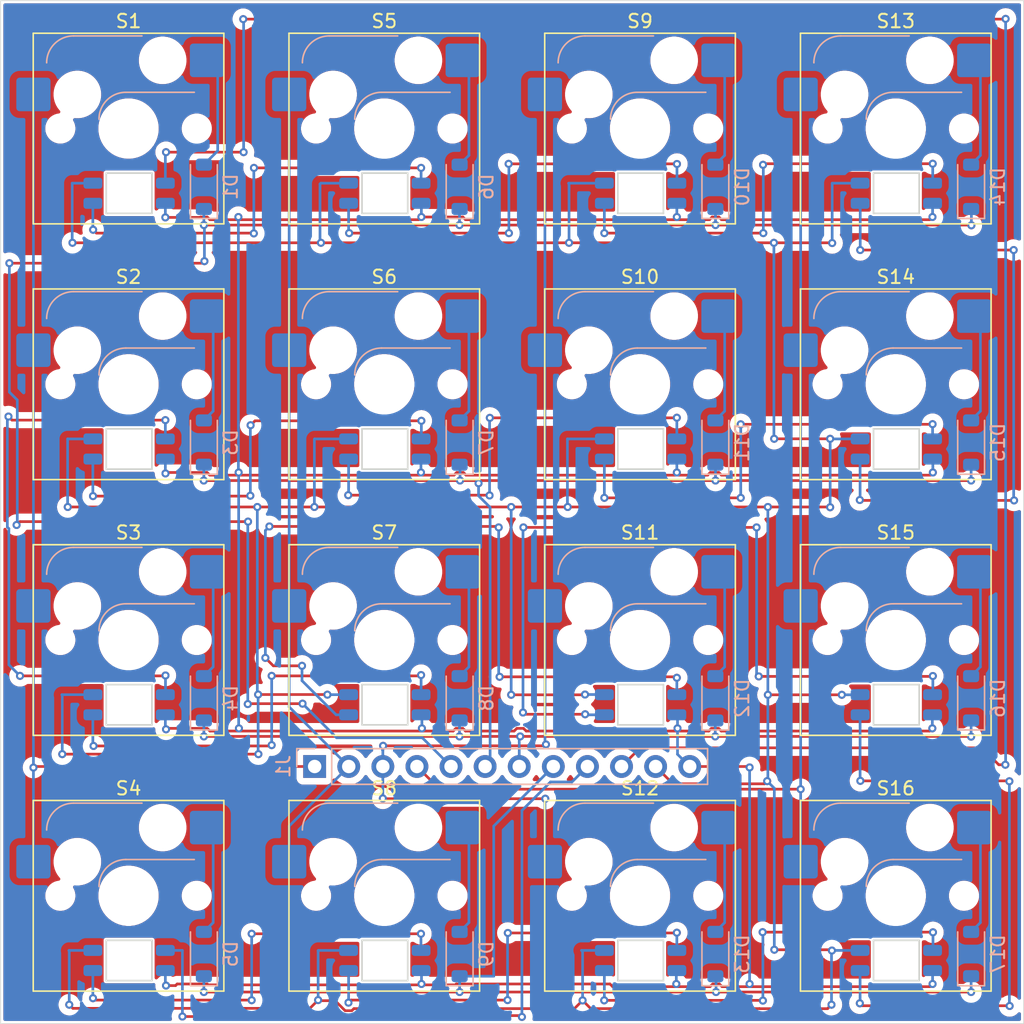
<source format=kicad_pcb>
(kicad_pcb (version 20240108) (generator "pcbnew") (generator_version "8.0")
  (layers (0 "F.Cu" signal) (31 "B.Cu" signal) (34 "B.Paste" user) (35 "F.Paste" user) (36 "B.SilkS" user "B.Silkscreen") (37 "F.SilkS" user "F.Silkscreen") (38 "B.Mask" user) (39 "F.Mask" user) (44 "Edge.Cuts" user))
  (net 0 "")
  (net 1 "row 1")
  (net 2 "Net-(D1-A)")
  (net 3 "DOUT")
  (net 4 "VDD")
  (net 5 "DIN")
  (net 6 "VSS")
  (net 7 "row 2")
  (net 8 "Net-(D3-A)")
  (net 9 "row 3")
  (net 10 "Net-(D4-A)")
  (net 11 "row 4")
  (net 12 "Net-(D5-A)")
  (net 13 "Net-(D6-A)")
  (net 14 "Net-(D7-A)")
  (net 15 "Net-(D8-A)")
  (net 16 "Net-(D9-A)")
  (net 17 "Net-(D10-A)")
  (net 18 "Net-(D11-A)")
  (net 19 "Net-(D12-A)")
  (net 20 "Net-(D13-A)")
  (net 21 "Net-(D14-A)")
  (net 22 "Net-(D15-A)")
  (net 23 "Net-(D16-A)")
  (net 24 "Net-(D17-A)")
  (net 25 "column 2")
  (net 26 "column 3")
  (net 27 "column 4")
  (net 28 "column 1")
  (net 29 "Net-(D18-DIN)")
  (net 30 "Net-(D18-DOUT)")
  (net 31 "Net-(D19-DOUT)")
  (net 32 "Net-(D20-DOUT)")
  (net 33 "Net-(D21-DOUT)")
  (net 34 "Net-(D22-DOUT)")
  (net 35 "Net-(D23-DOUT)")
  (net 36 "Net-(D25-DOUT)")
  (net 37 "Net-(D27-DOUT)")
  (net 38 "Net-(D29-DOUT)")
  (net 39 "Net-(D31-DOUT)")
  (net 40 "Net-(D21-DIN)")
  (net 41 "Net-(D26-DOUT)")
  (net 42 "Net-(D28-DOUT)")
  (net 43 "Net-(D30-DOUT)")
  (footprint "ScottoKeebs_Hotswap:Hotswap_MX_1.00u" (layer "F.Cu") (at 179.263 114.785)
    (property "Reference" "S16")
    (property "Value" "Keyswitch")
  )
  (footprint "ScottoKeebs_Hotswap:Hotswap_MX_1.00u" (layer "F.Cu") (at 141.163 114.785)
    (property "Reference" "S8")
    (property "Value" "Keyswitch")
  )
  (footprint "ScottoKeebs_Hotswap:Hotswap_MX_1.00u" (layer "F.Cu") (at 122.113 95.735)
    (property "Reference" "S3")
    (property "Value" "Keyswitch")
  )
  (footprint "ScottoKeebs_Hotswap:Hotswap_MX_1.00u" (layer "F.Cu") (at 160.213 76.685)
    (property "Reference" "S10")
    (property "Value" "Keyswitch")
  )
  (footprint "ScottoKeebs_Hotswap:Hotswap_MX_1.00u" (layer "F.Cu") (at 179.263 57.635)
    (property "Reference" "S13")
    (property "Value" "Keyswitch")
  )
  (footprint "ScottoKeebs_Hotswap:Hotswap_MX_1.00u" (layer "F.Cu") (at 141.163 95.735)
    (property "Reference" "S7")
    (property "Value" "Keyswitch")
  )
  (footprint "ScottoKeebs_Hotswap:Hotswap_MX_1.00u" (layer "F.Cu") (at 160.213 57.635)
    (property "Reference" "S9")
    (property "Value" "Keyswitch")
  )
  (footprint "ScottoKeebs_Hotswap:Hotswap_MX_1.00u" (layer "F.Cu") (at 160.213 95.735)
    (property "Reference" "S11")
    (property "Value" "Keyswitch")
  )
  (footprint "ScottoKeebs_Hotswap:Hotswap_MX_1.00u" (layer "F.Cu") (at 141.163 57.635)
    (property "Reference" "S5")
    (property "Value" "Keyswitch")
  )
  (footprint "ScottoKeebs_Hotswap:Hotswap_MX_1.00u" (layer "F.Cu") (at 141.163 76.685)
    (property "Reference" "S6")
    (property "Value" "Keyswitch")
  )
  (footprint "ScottoKeebs_Hotswap:Hotswap_MX_1.00u" (layer "F.Cu") (at 179.263 95.735)
    (property "Reference" "S15")
    (property "Value" "Keyswitch")
  )
  (footprint "ScottoKeebs_Hotswap:Hotswap_MX_1.00u" (layer "F.Cu") (at 179.263 76.685)
    (property "Reference" "S14")
    (property "Value" "Keyswitch")
  )
  (footprint "ScottoKeebs_Hotswap:Hotswap_MX_1.00u" (layer "F.Cu") (at 160.213 114.785)
    (property "Reference" "S12")
    (property "Value" "Keyswitch")
  )
  (footprint "ScottoKeebs_Hotswap:Hotswap_MX_1.00u" (layer "F.Cu") (at 122.113 57.635)
    (property "Reference" "S1")
    (property "Value" "Keyswitch")
  )
  (footprint "ScottoKeebs_Hotswap:Hotswap_MX_1.00u" (layer "F.Cu") (at 122.113 76.685)
    (property "Reference" "S2")
    (property "Value" "Keyswitch")
  )
  (footprint "ScottoKeebs_Hotswap:Hotswap_MX_1.00u" (layer "F.Cu") (at 122.113 114.785)
    (property "Reference" "S4")
    (property "Value" "Keyswitch")
  )
  (footprint "Diode_SMD:D_SOD-123" (layer "B.Cu") (at 165.825 119.125 90)
    (property "Reference" "D13")
    (property "Value" "1N4148W")
  )
  (footprint "ScottoKeebs_Components:LED_SK6812MINI" (layer "B.Cu") (at 160.255 100.555 180)
    (property "Reference" "D29" (hide yes))
    (property "Value" "LED_SK6812MINI" (hide yes))
    (fp_line (start 1.7 1.5) (end 1.7 -1.5) (stroke (width 0.12)) (layer "Edge.Cuts"))
    (fp_line (start 1.7 -1.5) (end -1.7 -1.5) (stroke (width 0.12)) (layer "Edge.Cuts"))
    (fp_line (start -1.7 1.5) (end 1.7 1.5) (stroke (width 0.12)) (layer "Edge.Cuts"))
    (fp_line (start -1.7 -1.5) (end -1.7 1.5) (stroke (width 0.12)) (layer "Edge.Cuts"))
  )
  (footprint "Diode_SMD:D_SOD-123" (layer "B.Cu") (at 127.725 81.025 90)
    (property "Reference" "D3")
    (property "Value" "1N4148W")
  )
  (footprint "Connector_PinHeader_2.54mm:PinHeader_1x12_P2.54mm_Vertical" (layer "B.Cu") (at 135.975 105.155 -90)
    (property "Reference" "J1")
    (property "Value" "Conn_01x12_Socket")
  )
  (footprint "ScottoKeebs_Components:LED_SK6812MINI" (layer "B.Cu") (at 141.205 119.605 180)
    (property "Reference" "D28" (hide yes))
    (property "Value" "LED_SK6812MINI" (hide yes))
    (fp_line (start 1.7 1.5) (end 1.7 -1.5) (stroke (width 0.12)) (layer "Edge.Cuts"))
    (fp_line (start 1.7 -1.5) (end -1.7 -1.5) (stroke (width 0.12)) (layer "Edge.Cuts"))
    (fp_line (start -1.7 1.5) (end 1.7 1.5) (stroke (width 0.12)) (layer "Edge.Cuts"))
    (fp_line (start -1.7 -1.5) (end -1.7 1.5) (stroke (width 0.12)) (layer "Edge.Cuts"))
  )
  (footprint "ScottoKeebs_Components:LED_SK6812MINI" (layer "B.Cu") (at 141.205 100.555 180)
    (property "Reference" "D27" (hide yes))
    (property "Value" "LED_SK6812MINI" (hide yes))
    (fp_line (start 1.7 1.5) (end 1.7 -1.5) (stroke (width 0.12)) (layer "Edge.Cuts"))
    (fp_line (start 1.7 -1.5) (end -1.7 -1.5) (stroke (width 0.12)) (layer "Edge.Cuts"))
    (fp_line (start -1.7 1.5) (end 1.7 1.5) (stroke (width 0.12)) (layer "Edge.Cuts"))
    (fp_line (start -1.7 -1.5) (end -1.7 1.5) (stroke (width 0.12)) (layer "Edge.Cuts"))
  )
  (footprint "Diode_SMD:D_SOD-123" (layer "B.Cu") (at 127.725 119.125 90)
    (property "Reference" "D5")
    (property "Value" "1N4148W")
  )
  (footprint "ScottoKeebs_Components:LED_SK6812MINI" (layer "B.Cu") (at 141.205 81.505 180)
    (property "Reference" "D22" (hide yes))
    (property "Value" "LED_SK6812MINI" (hide yes))
    (fp_line (start 1.7 1.5) (end 1.7 -1.5) (stroke (width 0.12)) (layer "Edge.Cuts"))
    (fp_line (start 1.7 -1.5) (end -1.7 -1.5) (stroke (width 0.12)) (layer "Edge.Cuts"))
    (fp_line (start -1.7 1.5) (end 1.7 1.5) (stroke (width 0.12)) (layer "Edge.Cuts"))
    (fp_line (start -1.7 -1.5) (end -1.7 1.5) (stroke (width 0.12)) (layer "Edge.Cuts"))
  )
  (footprint "ScottoKeebs_Components:LED_SK6812MINI" (layer "B.Cu") (at 122.155 81.505 180)
    (property "Reference" "D21" (hide yes))
    (property "Value" "LED_SK6812MINI" (hide yes))
    (fp_line (start 1.7 1.5) (end 1.7 -1.5) (stroke (width 0.12)) (layer "Edge.Cuts"))
    (fp_line (start 1.7 -1.5) (end -1.7 -1.5) (stroke (width 0.12)) (layer "Edge.Cuts"))
    (fp_line (start -1.7 1.5) (end 1.7 1.5) (stroke (width 0.12)) (layer "Edge.Cuts"))
    (fp_line (start -1.7 -1.5) (end -1.7 1.5) (stroke (width 0.12)) (layer "Edge.Cuts"))
  )
  (footprint "Diode_SMD:D_SOD-123" (layer "B.Cu") (at 146.775 119.125 90)
    (property "Reference" "D9")
    (property "Value" "1N4148W")
  )
  (footprint "ScottoKeebs_Components:LED_SK6812MINI" (layer "B.Cu") (at 122.155 119.605 180)
    (property "Reference" "D26" (hide yes))
    (property "Value" "LED_SK6812MINI" (hide yes))
    (fp_line (start 1.7 1.5) (end 1.7 -1.5) (stroke (width 0.12)) (layer "Edge.Cuts"))
    (fp_line (start 1.7 -1.5) (end -1.7 -1.5) (stroke (width 0.12)) (layer "Edge.Cuts"))
    (fp_line (start -1.7 1.5) (end 1.7 1.5) (stroke (width 0.12)) (layer "Edge.Cuts"))
    (fp_line (start -1.7 -1.5) (end -1.7 1.5) (stroke (width 0.12)) (layer "Edge.Cuts"))
  )
  (footprint "Diode_SMD:D_SOD-123" (layer "B.Cu") (at 165.825 61.975 90)
    (property "Reference" "D10")
    (property "Value" "1N4148W")
  )
  (footprint "ScottoKeebs_Components:LED_SK6812MINI" (layer "B.Cu") (at 160.255 62.455 180)
    (property "Reference" "D19" (hide yes))
    (property "Value" "LED_SK6812MINI" (hide yes))
    (fp_line (start 1.7 1.5) (end 1.7 -1.5) (stroke (width 0.12)) (layer "Edge.Cuts"))
    (fp_line (start 1.7 -1.5) (end -1.7 -1.5) (stroke (width 0.12)) (layer "Edge.Cuts"))
    (fp_line (start -1.7 1.5) (end 1.7 1.5) (stroke (width 0.12)) (layer "Edge.Cuts"))
    (fp_line (start -1.7 -1.5) (end -1.7 1.5) (stroke (width 0.12)) (layer "Edge.Cuts"))
  )
  (footprint "Diode_SMD:D_SOD-123" (layer "B.Cu") (at 184.875 119.125 90)
    (property "Reference" "D17")
    (property "Value" "1N4148W")
  )
  (footprint "Diode_SMD:D_SOD-123" (layer "B.Cu") (at 127.725 100.075 90)
    (property "Reference" "D4")
    (property "Value" "1N4148W")
  )
  (footprint "Diode_SMD:D_SOD-123" (layer "B.Cu") (at 146.775 81.025 90)
    (property "Reference" "D7")
    (property "Value" "1N4148W")
  )
  (footprint "ScottoKeebs_Components:LED_SK6812MINI" (layer "B.Cu") (at 179.305 119.605 180)
    (property "Reference" "D32" (hide yes))
    (property "Value" "LED_SK6812MINI" (hide yes))
    (fp_line (start 1.7 1.5) (end 1.7 -1.5) (stroke (width 0.12)) (layer "Edge.Cuts"))
    (fp_line (start 1.7 -1.5) (end -1.7 -1.5) (stroke (width 0.12)) (layer "Edge.Cuts"))
    (fp_line (start -1.7 1.5) (end 1.7 1.5) (stroke (width 0.12)) (layer "Edge.Cuts"))
    (fp_line (start -1.7 -1.5) (end -1.7 1.5) (stroke (width 0.12)) (layer "Edge.Cuts"))
  )
  (footprint "Diode_SMD:D_SOD-123" (layer "B.Cu") (at 165.825 100.075 90)
    (property "Reference" "D12")
    (property "Value" "1N4148W")
  )
  (footprint "ScottoKeebs_Components:LED_SK6812MINI" (layer "B.Cu") (at 122.155 100.555 180)
    (property "Reference" "D25" (hide yes))
    (property "Value" "LED_SK6812MINI" (hide yes))
    (fp_line (start 1.7 1.5) (end 1.7 -1.5) (stroke (width 0.12)) (layer "Edge.Cuts"))
    (fp_line (start 1.7 -1.5) (end -1.7 -1.5) (stroke (width 0.12)) (layer "Edge.Cuts"))
    (fp_line (start -1.7 1.5) (end 1.7 1.5) (stroke (width 0.12)) (layer "Edge.Cuts"))
    (fp_line (start -1.7 -1.5) (end -1.7 1.5) (stroke (width 0.12)) (layer "Edge.Cuts"))
  )
  (footprint "ScottoKeebs_Components:LED_SK6812MINI" (layer "B.Cu") (at 179.305 81.505 180)
    (property "Reference" "D24" (hide yes))
    (property "Value" "LED_SK6812MINI" (hide yes))
    (fp_line (start 1.7 1.5) (end 1.7 -1.5) (stroke (width 0.12)) (layer "Edge.Cuts"))
    (fp_line (start 1.7 -1.5) (end -1.7 -1.5) (stroke (width 0.12)) (layer "Edge.Cuts"))
    (fp_line (start -1.7 1.5) (end 1.7 1.5) (stroke (width 0.12)) (layer "Edge.Cuts"))
    (fp_line (start -1.7 -1.5) (end -1.7 1.5) (stroke (width 0.12)) (layer "Edge.Cuts"))
  )
  (footprint "ScottoKeebs_Components:LED_SK6812MINI" (layer "B.Cu") (at 179.305 100.555 180)
    (property "Reference" "D31" (hide yes))
    (property "Value" "LED_SK6812MINI" (hide yes))
    (fp_line (start 1.7 1.5) (end 1.7 -1.5) (stroke (width 0.12)) (layer "Edge.Cuts"))
    (fp_line (start 1.7 -1.5) (end -1.7 -1.5) (stroke (width 0.12)) (layer "Edge.Cuts"))
    (fp_line (start -1.7 1.5) (end 1.7 1.5) (stroke (width 0.12)) (layer "Edge.Cuts"))
    (fp_line (start -1.7 -1.5) (end -1.7 1.5) (stroke (width 0.12)) (layer "Edge.Cuts"))
  )
  (footprint "ScottoKeebs_Components:LED_SK6812MINI" (layer "B.Cu") (at 141.205 62.455 180)
    (property "Reference" "D18" (hide yes))
    (property "Value" "LED_SK6812MINI" (hide yes))
    (fp_line (start 1.7 1.5) (end 1.7 -1.5) (stroke (width 0.12)) (layer "Edge.Cuts"))
    (fp_line (start 1.7 -1.5) (end -1.7 -1.5) (stroke (width 0.12)) (layer "Edge.Cuts"))
    (fp_line (start -1.7 1.5) (end 1.7 1.5) (stroke (width 0.12)) (layer "Edge.Cuts"))
    (fp_line (start -1.7 -1.5) (end -1.7 1.5) (stroke (width 0.12)) (layer "Edge.Cuts"))
  )
  (footprint "Diode_SMD:D_SOD-123" (layer "B.Cu") (at 146.775 100.075 90)
    (property "Reference" "D8")
    (property "Value" "1N4148W")
  )
  (footprint "Diode_SMD:D_SOD-123" (layer "B.Cu") (at 127.725 61.975 90)
    (property "Reference" "D1")
    (property "Value" "1N4148W")
  )
  (footprint "Diode_SMD:D_SOD-123" (layer "B.Cu") (at 165.825 81.025 90)
    (property "Reference" "D11")
    (property "Value" "1N4148W")
  )
  (footprint "ScottoKeebs_Components:LED_SK6812MINI" (layer "B.Cu") (at 122.155 62.455 180)
    (property "Reference" "D2" (hide yes))
    (property "Value" "LED_SK6812MINI" (hide yes))
    (fp_line (start 1.7 1.5) (end 1.7 -1.5) (stroke (width 0.12)) (layer "Edge.Cuts"))
    (fp_line (start 1.7 -1.5) (end -1.7 -1.5) (stroke (width 0.12)) (layer "Edge.Cuts"))
    (fp_line (start -1.7 1.5) (end 1.7 1.5) (stroke (width 0.12)) (layer "Edge.Cuts"))
    (fp_line (start -1.7 -1.5) (end -1.7 1.5) (stroke (width 0.12)) (layer "Edge.Cuts"))
  )
  (footprint "Diode_SMD:D_SOD-123" (layer "B.Cu") (at 184.875 100.075 90)
    (property "Reference" "D16")
    (property "Value" "1N4148W")
  )
  (footprint "Diode_SMD:D_SOD-123" (layer "B.Cu") (at 184.875 61.975 90)
    (property "Reference" "D14")
    (property "Value" "1N4148W")
  )
  (footprint "ScottoKeebs_Components:LED_SK6812MINI" (layer "B.Cu") (at 160.255 81.505 180)
    (property "Reference" "D23" (hide yes))
    (property "Value" "LED_SK6812MINI" (hide yes))
    (fp_line (start 1.7 1.5) (end 1.7 -1.5) (stroke (width 0.12)) (layer "Edge.Cuts"))
    (fp_line (start 1.7 -1.5) (end -1.7 -1.5) (stroke (width 0.12)) (layer "Edge.Cuts"))
    (fp_line (start -1.7 1.5) (end 1.7 1.5) (stroke (width 0.12)) (layer "Edge.Cuts"))
    (fp_line (start -1.7 -1.5) (end -1.7 1.5) (stroke (width 0.12)) (layer "Edge.Cuts"))
  )
  (footprint "ScottoKeebs_Components:LED_SK6812MINI" (layer "B.Cu") (at 179.305 62.455 180)
    (property "Reference" "D20" (hide yes))
    (property "Value" "LED_SK6812MINI" (hide yes))
    (fp_line (start 1.7 1.5) (end 1.7 -1.5) (stroke (width 0.12)) (layer "Edge.Cuts"))
    (fp_line (start 1.7 -1.5) (end -1.7 -1.5) (stroke (width 0.12)) (layer "Edge.Cuts"))
    (fp_line (start -1.7 1.5) (end 1.7 1.5) (stroke (width 0.12)) (layer "Edge.Cuts"))
    (fp_line (start -1.7 -1.5) (end -1.7 1.5) (stroke (width 0.12)) (layer "Edge.Cuts"))
  )
  (footprint "ScottoKeebs_Components:LED_SK6812MINI" (layer "B.Cu") (at 160.255 119.605 180)
    (property "Reference" "D30" (hide yes))
    (property "Value" "LED_SK6812MINI" (hide yes))
    (fp_line (start 1.7 1.5) (end 1.7 -1.5) (stroke (width 0.12)) (layer "Edge.Cuts"))
    (fp_line (start 1.7 -1.5) (end -1.7 -1.5) (stroke (width 0.12)) (layer "Edge.Cuts"))
    (fp_line (start -1.7 1.5) (end 1.7 1.5) (stroke (width 0.12)) (layer "Edge.Cuts"))
    (fp_line (start -1.7 -1.5) (end -1.7 1.5) (stroke (width 0.12)) (layer "Edge.Cuts"))
  )
  (footprint "Diode_SMD:D_SOD-123" (layer "B.Cu") (at 146.775 61.975 90)
    (property "Reference" "D6")
    (property "Value" "1N4148W")
  )
  (footprint "Diode_SMD:D_SOD-123" (layer "B.Cu") (at 184.875 81.025 90)
    (property "Reference" "D15")
    (property "Value" "1N4148W")
  )
  (gr_rect (start 112.588 48.11) (end 188.788 124.31) (stroke (width 0.05)) (fill none) (layer "Edge.Cuts"))
  (segment (start 114.025 86.915) (end 131.015 86.915) (width 0.2) (layer "F.Cu") (net 1))
  (segment (start 135.075 100.475) (end 131.025 100.475) (width 0.2) (layer "F.Cu") (net 1))
  (segment (start 113.235 67.665) (end 127.615 67.665) (width 0.2) (layer "F.Cu") (net 1))
  (segment (start 113.775 87.165) (end 114.025 86.915) (width 0.2) (layer "F.Cu") (net 1))
  (segment (start 184.875 64.825) (end 184.895 64.845) (width 0.2) (layer "F.Cu") (net 1))
  (segment (start 131.025 100.475) (end 130.995 100.505) (width 0.2) (layer "F.Cu") (net 1))
  (segment (start 127.615 67.665) (end 127.765 67.515) (width 0.2) (layer "F.Cu") (net 1))
  (segment (start 127.725 64.825) (end 184.875 64.825) (width 0.2) (layer "F.Cu") (net 1))
  (via (at 146.765 64.825) (size 0.6) (drill 0.3) (layers "F.Cu" "B.Cu") (net 1))
  (via (at 127.765 67.515) (size 0.6) (drill 0.3) (layers "F.Cu" "B.Cu") (net 1))
  (via (at 184.895 64.845) (size 0.6) (drill 0.3) (layers "F.Cu" "B.Cu") (net 1))
  (via (at 113.235 67.665) (size 0.6) (drill 0.3) (layers "F.Cu" "B.Cu") (net 1))
  (via (at 127.725 64.825) (size 0.6) (drill 0.3) (layers "F.Cu" "B.Cu") (net 1))
  (via (at 113.775 87.165) (size 0.6) (drill 0.3) (layers "F.Cu" "B.Cu") (net 1))
  (via (at 135.075 100.475) (size 0.6) (drill 0.3) (layers "F.Cu" "B.Cu") (net 1))
  (via (at 130.995 100.505) (size 0.6) (drill 0.3) (layers "F.Cu" "B.Cu") (net 1))
  (via (at 165.835 64.825) (size 0.6) (drill 0.3) (layers "F.Cu" "B.Cu") (net 1))
  (via (at 131.015 86.915) (size 0.6) (drill 0.3) (layers "F.Cu" "B.Cu") (net 1))
  (segment (start 137.615 103.015) (end 135.075 100.475) (width 0.2) (layer "B.Cu") (net 1))
  (segment (start 146.765 64.825) (end 146.765 63.635) (width 0.2) (layer "B.Cu") (net 1))
  (segment (start 113.825 77.855) (end 113.235 77.265) (width 0.2) (layer "B.Cu") (net 1))
  (segment (start 130.995 86.935) (end 131.015 86.915) (width 0.2) (layer "B.Cu") (net 1))
  (segment (start 113.235 77.265) (end 113.235 67.665) (width 0.2) (layer "B.Cu") (net 1))
  (segment (start 146.765 63.635) (end 146.775 63.625) (width 0.2) (layer "B.Cu") (net 1))
  (segment (start 165.835 63.635) (end 165.825 63.625) (width 0.2) (layer "B.Cu") (net 1))
  (segment (start 184.895 64.845) (end 184.895 63.645) (width 0.2) (layer "B.Cu") (net 1))
  (segment (start 113.775 87.165) (end 113.825 87.115) (width 0.2) (layer "B.Cu") (net 1))
  (segment (start 184.895 63.645) (end 184.875 63.625) (width 0.2) (layer "B.Cu") (net 1))
  (segment (start 127.765 64.865) (end 127.725 64.825) (width 0.2) (layer "B.Cu") (net 1))
  (segment (start 143.995 103.015) (end 137.615 103.015) (width 0.2) (layer "B.Cu") (net 1))
  (segment (start 113.825 87.115) (end 113.825 77.855) (width 0.2) (layer "B.Cu") (net 1))
  (segment (start 127.765 67.515) (end 127.765 64.865) (width 0.2) (layer "B.Cu") (net 1))
  (segment (start 146.135 105.155) (end 143.995 103.015) (width 0.2) (layer "B.Cu") (net 1))
  (segment (start 127.725 63.625) (end 127.725 64.825) (width 0.2) (layer "B.Cu") (net 1))
  (segment (start 130.995 100.505) (end 130.995 86.935) (width 0.2) (layer "B.Cu") (net 1))
  (segment (start 165.835 64.825) (end 165.835 63.635) (width 0.2) (layer "B.Cu") (net 1))
  (segment (start 127.725 60.325) (end 128.755 59.295) (width 0.2) (layer "B.Cu") (net 2))
  (segment (start 128.755 59.295) (end 128.755 53.355) (width 0.2) (layer "B.Cu") (net 2))
  (segment (start 128.755 53.355) (end 127.955 52.555) (width 0.2) (layer "B.Cu") (net 2))
  (segment (start 138.944215 123.71) (end 151.315 123.71) (width 0.2) (layer "F.Cu") (net 3))
  (segment (start 151.315 123.71) (end 151.415 123.81) (width 0.2) (layer "F.Cu") (net 3))
  (segment (start 138.874215 123.78) (end 138.944215 123.71) (width 0.2) (layer "F.Cu") (net 3))
  (segment (start 126.125 123.78) (end 138.874215 123.78) (width 0.2) (layer "F.Cu") (net 3))
  (via (at 126.125 123.78) (size 0.6) (drill 0.3) (layers "F.Cu" "B.Cu") (net 3))
  (via (at 151.415 123.81) (size 0.6) (drill 0.3) (layers "F.Cu" "B.Cu") (net 3))
  (segment (start 151.415 108.435) (end 153.545 106.305) (width 0.2) (layer "B.Cu") (net 3))
  (segment (start 126.125 123.78) (end 126.125 118.865) (width 0.2) (layer "B.Cu") (net 3))
  (segment (start 151.415 123.81) (end 151.415 108.435) (width 0.2) (layer "B.Cu") (net 3))
  (segment (start 126.125 118.865) (end 126.115 118.855) (width 0.2) (layer "B.Cu") (net 3))
  (segment (start 153.545 106.305) (end 155.145 106.305) (width 0.2) (layer "B.Cu") (net 3))
  (segment (start 155.145 106.305) (end 156.295 105.155) (width 0.2) (layer "B.Cu") (net 3))
  (segment (start 126.115 118.855) (end 124.855 118.855) (width 0.2) (layer "B.Cu") (net 3))
  (segment (start 174.505 66.145) (end 174.525 66.165) (width 0.2) (layer "F.Cu") (net 4))
  (segment (start 174.445 118.805) (end 174.505 118.865) (width 0.2) (layer "F.Cu") (net 4))
  (segment (start 117.965 123.17) (end 135.62 123.17) (width 0.2) (layer "F.Cu") (net 4))
  (segment (start 117.585 85.825) (end 174.355 85.825) (width 0.2) (layer "F.Cu") (net 4))
  (segment (start 138.246471 123.345) (end 137.501471 122.6) (width 0.2) (layer "F.Cu") (net 4))
  (segment (start 155.935 122.58) (end 155.325 123.19) (width 0.2) (layer "F.Cu") (net 4))
  (segment (start 136.28 122.6) (end 136.235 122.555) (width 0.2) (layer "F.Cu") (net 4))
  (segment (start 150.615 99.815) (end 156.095 99.815) (width 0.2) (layer "F.Cu") (net 4))
  (segment (start 137.501471 122.6) (end 136.28 122.6) (width 0.2) (layer "F.Cu") (net 4))
  (segment (start 117.695 122.9) (end 117.965 123.17) (width 0.2) (layer "F.Cu") (net 4))
  (segment (start 169.685 106.245) (end 169.485 106.445) (width 0.2) (layer "F.Cu") (net 4))
  (segment (start 117.935 66.145) (end 174.505 66.145) (width 0.2) (layer "F.Cu") (net 4))
  (segment (start 156.095 99.815) (end 156.115 99.795) (width 0.2) (layer "F.Cu") (net 4))
  (segment (start 138.743529 123.345) (end 138.246471 123.345) (width 0.2) (layer "F.Cu") (net 4))
  (segment (start 174.18 123.195) (end 174.475 122.9) (width 0.2) (layer "F.Cu") (net 4))
  (segment (start 169.111471 123.19) (end 169.116471 123.195) (width 0.2) (layer "F.Cu") (net 4))
  (segment (start 155.325 123.19) (end 138.898529 123.19) (width 0.2) (layer "F.Cu") (net 4))
  (segment (start 136.915 99.795) (end 136.925 99.805) (width 0.2) (layer "F.Cu") (net 4))
  (segment (start 169.116471 123.195) (end 174.18 123.195) (width 0.2) (layer "F.Cu") (net 4))
  (segment (start 155.935 122.58) (end 156.545 123.19) (width 0.2) (layer "F.Cu") (net 4))
  (segment (start 135.62 123.17) (end 136.235 122.555) (width 0.2) (layer "F.Cu") (net 4))
  (segment (start 131.785 104.235) (end 117.175 104.235) (width 0.2) (layer "F.Cu") (net 4))
  (segment (start 169.485 106.445) (end 162.665 106.445) (width 0.2) (layer "F.Cu") (net 4))
  (segment (start 170.215 118.805) (end 174.445 118.805) (width 0.2) (layer "F.Cu") (net 4))
  (segment (start 174.355 85.825) (end 174.375 85.845) (width 0.2) (layer "F.Cu") (net 4))
  (segment (start 170.205 80.745) (end 174.375 80.745) (width 0.2) (layer "F.Cu") (net 4))
  (segment (start 162.665 106.445) (end 161.375 105.155) (width 0.2) (layer "F.Cu") (net 4))
  (segment (start 138.898529 123.19) (end 138.743529 123.345) (width 0.2) (layer "F.Cu") (net 4))
  (segment (start 131.765 99.795) (end 136.915 99.795) (width 0.2) (layer "F.Cu") (net 4))
  (segment (start 169.735 99.815) (end 175.245 99.815) (width 0.2) (layer "F.Cu") (net 4))
  (segment (start 156.545 123.19) (end 169.111471 123.19) (width 0.2) (layer "F.Cu") (net 4))
  (via (at 136.445 66.145) (size 0.6) (drill 0.3) (layers "F.Cu" "B.Cu") (net 4))
  (via (at 174.475 122.9) (size 0.6) (drill 0.3) (layers "F.Cu" "B.Cu") (net 4))
  (via (at 169.735 85.825) (size 0.6) (drill 0.3) (layers "F.Cu" "B.Cu") (net 4))
  (via (at 169.735 99.815) (size 0.6) (drill 0.3) (layers "F.Cu" "B.Cu") (net 4))
  (via (at 154.825 85.825) (size 0.6) (drill 0.3) (layers "F.Cu" "B.Cu") (net 4))
  (via (at 117.695 122.9) (size 0.6) (drill 0.3) (layers "F.Cu" "B.Cu") (net 4))
  (via (at 170.185 66.145) (size 0.6) (drill 0.3) (layers "F.Cu" "B.Cu") (net 4))
  (via (at 117.935 66.145) (size 0.6) (drill 0.3) (layers "F.Cu" "B.Cu") (net 4))
  (via (at 136.235 122.555) (size 0.6) (drill 0.3) (layers "F.Cu" "B.Cu") (net 4))
  (via (at 131.765 99.795) (size 0.6) (drill 0.3) (layers "F.Cu" "B.Cu") (net 4))
  (via (at 169.685 106.245) (size 0.6) (drill 0.3) (layers "F.Cu" "B.Cu") (net 4))
  (via (at 174.375 80.745) (size 0.6) (drill 0.3) (layers "F.Cu" "B.Cu") (net 4))
  (via (at 117.175 104.235) (size 0.6) (drill 0.3) (layers "F.Cu" "B.Cu") (net 4))
  (via (at 154.925 66.145) (size 0.6) (drill 0.3) (layers "F.Cu" "B.Cu") (net 4))
  (via (at 170.215 118.805) (size 0.6) (drill 0.3) (layers "F.Cu" "B.Cu") (net 4))
  (via (at 131.705 85.825) (size 0.6) (drill 0.3) (layers "F.Cu" "B.Cu") (net 4))
  (via (at 175.245 99.815) (size 0.6) (drill 0.3) (layers "F.Cu" "B.Cu") (net 4))
  (via (at 135.955 85.825) (size 0.6) (drill 0.3) (layers "F.Cu" "B.Cu") (net 4))
  (via (at 150.615 85.825) (size 0.6) (drill 0.3) (layers "F.Cu" "B.Cu") (net 4))
  (via (at 150.615 99.815) (size 0.6) (drill 0.3) (layers "F.Cu" "B.Cu") (net 4))
  (via (at 131.785 104.235) (size 0.6) (drill 0.3) (layers "F.Cu" "B.Cu") (net 4))
  (via (at 174.505 118.865) (size 0.6) (drill 0.3) (layers "F.Cu" "B.Cu") (net 4))
  (via (at 174.525 66.165) (size 0.6) (drill 0.3) (layers "F.Cu" "B.Cu") (net 4))
  (via (at 136.925 99.805) (size 0.6) (drill 0.3) (layers "F.Cu" "B.Cu") (net 4))
  (via (at 170.205 80.745) (size 0.6) (drill 0.3) (layers "F.Cu" "B.Cu") (net 4))
  (via (at 174.375 85.845) (size 0.6) (drill 0.3) (layers "F.Cu" "B.Cu") (net 4))
  (via (at 117.585 85.825) (size 0.6) (drill 0.3) (layers "F.Cu" "B.Cu") (net 4))
  (via (at 155.935 122.58) (size 0.6) (drill 0.3) (layers "F.Cu" "B.Cu") (net 4))
  (via (at 156.115 99.795) (size 0.6) (drill 0.3) (layers "F.Cu" "B.Cu") (net 4))
  (segment (start 176.595 99.815) (end 176.605 99.805) (width 0.2) (layer "B.Cu") (net 4))
  (segment (start 154.805 85.805) (end 154.805 80.755) (width 0.2) (layer "B.Cu") (net 4))
  (segment (start 154.925 66.145) (end 154.925 61.745) (width 0.2) (layer "B.Cu") (net 4))
  (segment (start 117.575 85.815) (end 117.585 85.825) (width 0.2) (layer "B.Cu") (net 4))
  (segment (start 154.925 61.745) (end 154.895 61.715) (width 0.2) (layer "B.Cu") (net 4))
  (segment (start 131.705 85.825) (end 131.705 99.735) (width 0.2) (layer "B.Cu") (net 4))
  (segment (start 174.475 122.9) (end 174.475 118.895) (width 0.2) (layer "B.Cu") (net 4))
  (segment (start 117.145 99.815) (end 117.155 99.805) (width 0.2) (layer "B.Cu") (net 4))
  (segment (start 117.175 99.845) (end 117.145 99.815) (width 0.2) (layer "B.Cu") (net 4))
  (segment (start 136.925 99.805) (end 138.505 99.805) (width 0.2) (layer "B.Cu") (net 4))
  (segment (start 117.675 118.865) (end 117.685 118.855) (width 0.2) (layer "B.Cu") (net 4))
  (segment (start 169.735 99.815) (end 169.735 106.195) (width 0.2) (layer "B.Cu") (net 4))
  (segment (start 170.215 106.775) (end 170.215 118.805) (width 0.2) (layer "B.Cu") (net 4))
  (segment (start 174.475 118.895) (end 174.505 118.865) (width 0.2) (layer "B.Cu") (net 4))
  (segment (start 174.455 80.755) (end 176.605 80.755) (width 0.2) (layer "B.Cu") (net 4))
  (segment (start 174.445 80.745) (end 174.455 80.755) (width 0.2) (layer "B.Cu") (net 4))
  (segment (start 174.375 80.745) (end 174.445 80.745) (width 0.2) (layer "B.Cu") (net 4))
  (segment (start 174.505 118.865) (end 174.625 118.865) (width 0.2) (layer "B.Cu") (net 4))
  (segment (start 117.695 122.9) (end 117.695 118.885) (width 0.2) (layer "B.Cu") (net 4))
  (segment (start 155.855 118.855) (end 157.555 118.855) (width 0.2) (layer "B.Cu") (net 4))
  (segment (start 131.705 99.735) (end 131.765 99.795) (width 0.2) (layer "B.Cu") (net 4))
  (segment (start 117.575 80.755) (end 117.575 85.815) (width 0.2) (layer "B.Cu") (net 4))
  (segment (start 119.455 80.755) (end 117.575 80.755) (width 0.2) (layer "B.Cu") (net 4))
  (segment (start 135.955 85.825) (end 135.955 80.775) (width 0.2) (layer "B.Cu") (net 4))
  (segment (start 135.955 80.775) (end 135.975 80.755) (width 0.2) (layer "B.Cu") (net 4))
  (segment (start 174.525 61.715) (end 174.535 61.705) (width 0.2) (layer "B.Cu") (net 4))
  (segment (start 154.895 61.715) (end 154.905 61.705) (width 0.2) (layer "B.Cu") (net 4))
  (segment (start 155.935 122.58) (end 155.935 118.935) (width 0.2) (layer "B.Cu") (net 4))
  (segment (start 117.915 61.705) (end 117.915 66.125) (width 0.2) (layer "B.Cu") (net 4))
  (segment (start 170.185 80.725) (end 170.205 80.745) (width 0.2) (layer "B.Cu") (net 4))
  (segment (start 157.545 99.795) (end 157.555 99.805) (width 0.2) (layer "B.Cu") (net 4))
  (segment (start 136.375 61.765) (end 136.435 61.705) (width 0.2) (layer "B.Cu") (net 4))
  (segment (start 169.685 106.245) (end 170.215 106.775) (width 0.2) (layer "B.Cu") (net 4))
  (segment (start 155.935 118.935) (end 155.855 118.855) (width 0.2) (layer "B.Cu") (net 4))
  (segment (start 117.695 118.885) (end 117.675 118.865) (width 0.2) (layer "B.Cu") (net 4))
  (segment (start 136.255 118.855) (end 138.505 118.855) (width 0.2) (layer "B.Cu") (net 4))
  (segment (start 154.805 80.755) (end 157.555 80.755) (width 0.2) (layer "B.Cu") (net 4))
  (segment (start 136.445 66.145) (end 136.375 66.075) (width 0.2) (layer "B.Cu") (net 4))
  (segment (start 117.155 99.805) (end 119.455 99.805) (width 0.2) (layer "B.Cu") (net 4))
  (segment (start 174.625 118.865) (end 174.635 118.855) (width 0.2) (layer "B.Cu") (net 4))
  (segment (start 136.375 66.075) (end 136.375 61.765) (width 0.2) (layer "B.Cu") (net 4))
  (segment (start 174.635 118.855) (end 176.605 118.855) (width 0.2) (layer "B.Cu") (net 4))
  (segment (start 136.235 118.875) (end 136.255 118.855) (width 0.2) (layer "B.Cu") (net 4))
  (segment (start 170.185 66.145) (end 170.185 80.725) (width 0.2) (layer "B.Cu") (net 4))
  (segment (start 154.825 85.825) (end 154.805 85.805) (width 0.2) (layer "B.Cu") (net 4))
  (segment (start 175.245 99.815) (end 176.595 99.815) (width 0.2) (layer "B.Cu") (net 4))
  (segment (start 135.975 80.755) (end 138.505 80.755) (width 0.2) (layer "B.Cu") (net 4))
  (segment (start 174.535 61.705) (end 176.605 61.705) (width 0.2) (layer "B.Cu") (net 4))
  (segment (start 131.765 104.215) (end 131.785 104.235) (width 0.2) (layer "B.Cu") (net 4))
  (segment (start 169.735 106.195) (end 169.685 106.245) (width 0.2) (layer "B.Cu") (net 4))
  (segment (start 131.765 99.795) (end 131.765 104.215) (width 0.2) (layer "B.Cu") (net 4))
  (segment (start 150.615 85.825) (end 150.615 99.815) (width 0.2) (layer "B.Cu") (net 4))
  (segment (start 174.525 66.165) (end 174.525 61.715) (width 0.2) (layer "B.Cu") (net 4))
  (segment (start 117.175 104.235) (end 117.175 99.845) (width 0.2) (layer "B.Cu") (net 4))
  (segment (start 136.235 122.555) (end 136.235 118.875) (width 0.2) (layer "B.Cu") (net 4))
  (segment (start 156.115 99.795) (end 157.545 99.795) (width 0.2) (layer "B.Cu") (net 4))
  (segment (start 136.435 61.705) (end 138.505 61.705) (width 0.2) (layer "B.Cu") (net 4))
  (segment (start 117.685 118.855) (end 119.455 118.855) (width 0.2) (layer "B.Cu") (net 4))
  (segment (start 174.375 85.845) (end 174.375 80.745) (width 0.2) (layer "B.Cu") (net 4))
  (segment (start 117.915 66.125) (end 117.935 66.145) (width 0.2) (layer "B.Cu") (net 4))
  (segment (start 154.905 61.705) (end 157.555 61.705) (width 0.2) (layer "B.Cu") (net 4))
  (segment (start 169.735 85.825) (end 169.735 99.815) (width 0.2) (layer "B.Cu") (net 4))
  (segment (start 119.455 61.705) (end 117.915 61.705) (width 0.2) (layer "B.Cu") (net 4))
  (segment (start 160.225 103.765) (end 158.835 105.155) (width 0.2) (layer "F.Cu") (net 5))
  (segment (start 124.905 59.395) (end 130.685 59.395) (width 0.2) (layer "F.Cu") (net 5))
  (segment (start 187.425 49.485) (end 187.445 49.465) (width 0.2) (layer "F.Cu") (net 5))
  (segment (start 187.425 105.025) (end 186.935 105.025) (width 0.2) (layer "F.Cu") (net 5))
  (segment (start 130.655 49.485) (end 187.425 49.485) (width 0.2) (layer "F.Cu") (net 5))
  (segment (start 186.935 105.025) (end 185.675 103.765) (width 0.2) (layer "F.Cu") (net 5))
  (segment (start 185.675 103.765) (end 160.225 103.765) (width 0.2) (layer "F.Cu") (net 5))
  (via (at 124.905 59.395) (size 0.6) (drill 0.3) (layers "F.Cu" "B.Cu") (net 5))
  (via (at 187.425 105.025) (size 0.6) (drill 0.3) (layers "F.Cu" "B.Cu") (net 5))
  (via (at 130.655 49.485) (size 0.6) (drill 0.3) (layers "F.Cu" "B.Cu") (net 5))
  (via (at 187.445 49.465) (size 0.6) (drill 0.3) (layers "F.Cu" "B.Cu") (net 5))
  (via (at 130.685 59.395) (size 0.6) (drill 0.3) (layers "F.Cu" "B.Cu") (net 5))
  (segment (start 124.855 59.445) (end 124.905 59.395) (width 0.2) (layer "B.Cu") (net 5))
  (segment (start 124.855 61.705) (end 124.855 59.445) (width 0.2) (layer "B.Cu") (net 5))
  (segment (start 187.445 105.005) (end 187.425 105.025) (width 0.2) (layer "B.Cu") (net 5))
  (segment (start 130.685 49.515) (end 130.655 49.485) (width 0.2) (layer "B.Cu") (net 5))
  (segment (start 130.685 59.395) (end 130.685 49.515) (width 0.2) (layer "B.Cu") (net 5))
  (segment (start 187.445 49.465) (end 187.445 105.005) (width 0.2) (layer "B.Cu") (net 5))
  (segment (start 146.295 102.515) (end 146.495 102.315) (width 0.2) (layer "F.Cu") (net 6))
  (segment (start 166.083529 83.255) (end 166.283529 83.455) (width 0.2) (layer "F.Cu") (net 6))
  (segment (start 151.533529 102.315) (end 151.733529 102.515) (width 0.2) (layer "F.Cu") (net 6))
  (segment (start 127.973529 64.225) (end 128.173529 64.425) (width 0.2) (layer "F.Cu") (net 6))
  (segment (start 165.586471 64.225) (end 165.386471 64.425) (width 0.2) (layer "F.Cu") (net 6))
  (segment (start 181.785 102.515) (end 181.985 102.315) (width 0.2) (layer "F.Cu") (net 6))
  (segment (start 166.283529 83.455) (end 181.825 83.455) (width 0.2) (layer "F.Cu") (net 6))
  (segment (start 165.335 102.515) (end 165.535 102.315) (width 0.2) (layer "F.Cu") (net 6))
  (segment (start 166.263529 102.515) (end 181.785 102.515) (width 0.2) (layer "F.Cu") (net 6))
  (segment (start 124.865 83.325) (end 124.935 83.255) (width 0.2) (layer "F.Cu") (net 6))
  (segment (start 125.735 121.355) (end 127.973529 121.355) (width 0.2) (layer "F.Cu") (net 6))
  (segment (start 130.335 102.475) (end 130.375 102.515) (width 0.2) (layer "F.Cu") (net 6))
  (segment (start 143.895 83.455) (end 143.895 83.255) (width 0.2) (layer "F.Cu") (net 6))
  (segment (start 124.935 83.255) (end 127.963529 83.255) (width 0.2) (layer "F.Cu") (net 6))
  (segment (start 130.315 83.455) (end 143.895 83.455) (width 0.2) (layer "F.Cu") (net 6))
  (segment (start 147.053529 83.255) (end 147.253529 83.455) (width 0.2) (layer "F.Cu") (net 6))
  (segment (start 165.445 83.255) (end 166.083529 83.255) (width 0.2) (layer "F.Cu") (net 6))
  (segment (start 143.725 64.425) (end 143.925 64.225) (width 0.2) (layer "F.Cu") (net 6))
  (segment (start 143.935 121.420735) (end 146.460736 121.420735) (width 0.2) (layer "F.Cu") (net 6))
  (segment (start 143.965 102.515) (end 146.295 102.515) (width 0.2) (layer "F.Cu") (net 6))
  (segment (start 143.935 121.420735) (end 143.935 121.355) (width 0.2) (layer "F.Cu") (net 6))
  (segment (start 168.375 121.555) (end 181.805 121.555) (width 0.2) (layer "F.Cu") (net 6))
  (segment (start 130.375 102.515) (end 143.965 102.515) (width 0.2) (layer "F.Cu") (net 6))
  (segment (start 146.460736 121.420735) (end 146.526471 121.355) (width 0.2) (layer "F.Cu") (net 6))
  (segment (start 181.825 83.455) (end 182.025 83.255) (width 0.2) (layer "F.Cu") (net 6))
  (segment (start 146.526471 121.355) (end 157.975 121.355) (width 0.2) (layer "F.Cu") (net 6))
  (segment (start 128.173529 102.515) (end 130.375 102.515) (width 0.2) (layer "F.Cu") (net 6))
  (segment (start 158.175 121.555) (end 162.915 121.555) (width 0.2) (layer "F.Cu") (net 6))
  (segment (start 162.915 121.555) (end 162.915 121.355) (width 0.2) (layer "F.Cu") (net 6))
  (segment (start 181.995 64.225) (end 181.795 64.425) (width 0.2) (layer "F.Cu") (net 6))
  (segment (start 124.855 64.255) (end 127.446471 64.255) (width 0.2) (layer "F.Cu") (net 6))
  (segment (start 130.335 102.315) (end 130.335 102.475) (width 0.2) (layer "F.Cu") (net 6))
  (segment (start 128.173529 64.425) (end 130.295 64.425) (width 0.2) (layer "F.Cu") (net 6))
  (segment (start 165.386471 64.425) (end 162.965 64.425) (width 0.2) (layer "F.Cu") (net 6))
  (segment (start 165.626471 121.355) (end 166.123529 121.355) (width 0.2) (layer "F.Cu") (net 6))
  (segment (start 165.426471 121.555) (end 165.626471 121.355) (width 0.2) (layer "F.Cu") (net 6))
  (segment (start 168.375 121.555) (end 168.375 121.355) (width 0.2) (layer "F.Cu") (net 6))
  (segment (start 166.063529 102.315) (end 166.263529 102.515) (width 0.2) (layer "F.Cu") (net 6))
  (segment (start 143.925 64.225) (end 147.013529 64.225) (width 0.2) (layer "F.Cu") (net 6))
  (segment (start 127.973529 121.355) (end 128.039264 121.420735) (width 0.2) (layer "F.Cu") (net 6))
  (segment (start 124.975 102.315) (end 127.973529 102.315) (width 0.2) (layer "F.Cu") (net 6))
  (segment (start 130.315 83.455) (end 130.315 83.255) (width 0.2) (layer "F.Cu") (net 6))
  (segment (start 163.005 102.515) (end 163.005 102.315) (width 0.2) (layer "F.Cu") (net 6))
  (segment (start 151.036471 102.315) (end 151.533529 102.315) (width 0.2) (layer "F.Cu") (net 6))
  (segment (start 147.253529 83.455) (end 162.955 83.455) (width 0.2) (layer "F.Cu") (net 6))
  (segment (start 130.295 64.425) (end 130.295 64.225) (width 0.2) (layer "F.Cu") (net 6))
  (segment (start 166.323529 121.555) (end 168.375 121.555) (width 0.2) (layer "F.Cu") (net 6))
  (segment (start 163.005 102.515) (end 165.335 102.515) (width 0.2) (layer "F.Cu") (net 6))
  (segment (start 162.955 83.455) (end 165.245 83.455) (width 0.2) (layer "F.Cu") (net 6))
  (segment (start 181.795 64.425) (end 166.283529 64.425) (width 0.2) (layer "F.Cu") (net 6))
  (segment (start 124.905 102.385) (end 124.975 102.315) (width 0.2) (layer "F.Cu") (net 6))
  (segment (start 147.013529 102.315) (end 147.213529 102.515) (width 0.2) (layer "F.Cu") (net 6))
  (segment (start 146.556471 83.255) (end 147.053529 83.255) (width 0.2) (layer "F.Cu") (net 6))
  (segment (start 162.965 64.235) (end 162.965 64.425) (width 0.2) (layer "F.Cu") (net 6))
  (segment (start 127.446471 64.255) (end 127.476471 64.225) (width 0.2) (layer "F.Cu") (net 6))
  (segment (start 162.955 64.225) (end 162.965 64.235) (width 0.2) (layer "F.Cu") (net 6))
  (segment (start 147.213529 64.425) (end 162.965 64.425) (width 0.2) (layer "F.Cu") (net 6))
  (segment (start 147.013529 64.225) (end 147.213529 64.425) (width 0.2) (layer "F.Cu") (net 6))
  (segment (start 146.356471 83.455) (end 146.556471 83.255) (width 0.2) (layer "F.Cu") (net 6))
  (segment (start 127.973529 102.315) (end 128.173529 102.515) (width 0.2) (layer "F.Cu") (net 6))
  (segment (start 166.083529 64.225) (end 165.586471 64.225) (width 0.2) (layer "F.Cu") (net 6))
  (segment (start 168.375 105.225) (end 168.305 105.155) (width 0.2) (layer "F.Cu") (net 6))
  (segment (start 165.535 102.315) (end 166.063529 102.315) (width 0.2) (layer "F.Cu") (net 6))
  (segment (start 143.965 102.515) (end 143.965 102.315) (width 0.2) (layer "F.Cu") (net 6))
  (segment (start 166.283529 64.425) (end 166.083529 64.225) (width 0.2) (layer "F.Cu") (net 6))
  (segment (start 147.213529 102.515) (end 150.836471 102.515) (width 0.2) (layer "F.Cu") (net 6))
  (segment (start 124.905 121.475) (end 125.615 121.475) (width 0.2) (layer "F.Cu") (net 6))
  (segment (start 181.805 121.555) (end 182.005 121.355) (width 0.2) (layer "F.Cu") (net 6))
  (segment (start 168.305 105.155) (end 163.915 105.155) (width 0.2) (layer "F.Cu") (net 6))
  (segment (start 146.495 102.315) (end 147.013529 102.315) (width 0.2) (layer "F.Cu") (net 6))
  (segment (start 150.836471 102.515) (end 151.036471 102.315) (width 0.2) (layer "F.Cu") (net 6))
  (segment (start 127.963529 83.255) (end 128.163529 83.455) (width 0.2) (layer "F.Cu") (net 6))
  (segment (start 125.615 121.475) (end 125.735 121.355) (width 0.2) (layer "F.Cu") (net 6))
  (segment (start 130.295 64.425) (end 143.725 64.425) (width 0.2) (layer "F.Cu") (net 6))
  (segment (start 157.975 121.355) (end 158.175 121.555) (width 0.2) (layer "F.Cu") (net 6))
  (segment (start 143.895 83.455) (end 146.356471 83.455) (width 0.2) (layer "F.Cu") (net 6))
  (segment (start 165.245 83.455) (end 165.445 83.255) (width 0.2) (layer "F.Cu") (net 6))
  (segment (start 162.915 121.555) (end 165.426471 121.555) (width 0.2) (layer "F.Cu") (net 6))
  (segment (start 128.163529 83.455) (end 130.315 83.455) (width 0.2) (layer "F.Cu") (net 6))
  (segment (start 162.955 83.455) (end 162.955 83.255) (width 0.2) (layer "F.Cu") (net 6))
  (segment (start 128.039264 121.420735) (end 143.935 121.420735) (width 0.2) (layer "F.Cu") (net 6))
  (segment (start 166.123529 121.355) (end 166.323529 121.555) (width 0.2) (layer "F.Cu") (net 6))
  (segment (start 127.476471 64.225) (end 127.973529 64.225) (width 0.2) (layer "F.Cu") (net 6))
  (segment (start 151.733529 102.515) (end 163.005 102.515) (width 0.2) (layer "F.Cu") (net 6))
  (via (at 182.025 83.255) (size 0.6) (drill 0.3) (layers "F.Cu" "B.Cu") (net 6))
  (via (at 130.335 102.315) (size 0.6) (drill 0.3) (layers "F.Cu" "B.Cu") (net 6))
  (via (at 143.935 121.355) (size 0.6) (drill 0.3) (layers "F.Cu" "B.Cu") (net 6))
  (via (at 124.855 64.255) (size 0.6) (drill 0.3) (layers "F.Cu" "B.Cu") (net 6))
  (via (at 124.865 83.325) (size 0.6) (drill 0.3) (layers "F.Cu" "B.Cu") (net 6))
  (via (at 162.915 121.355) (size 0.6) (drill 0.3) (layers "F.Cu" "B.Cu") (net 6))
  (via (at 143.925 64.225) (size 0.6) (drill 0.3) (layers "F.Cu" "B.Cu") (net 6))
  (via (at 124.905 121.475) (size 0.6) (drill 0.3) (layers "F.Cu" "B.Cu") (net 6))
  (via (at 162.955 64.225) (size 0.6) (drill 0.3) (layers "F.Cu" "B.Cu") (net 6))
  (via (at 130.315 83.255) (size 0.6) (drill 0.3) (layers "F.Cu" "B.Cu") (net 6))
  (via (at 143.965 102.315) (size 0.6) (drill 0.3) (layers "F.Cu" "B.Cu") (net 6))
  (via (at 168.375 121.355) (size 0.6) (drill 0.3) (layers "F.Cu" "B.Cu") (net 6))
  (via (at 143.895 83.255) (size 0.6) (drill 0.3) (layers "F.Cu" "B.Cu") (net 6))
  (via (at 181.985 102.315) (size 0.6) (drill 0.3) (layers "F.Cu" "B.Cu") (net 6))
  (via (at 163.005 102.315) (size 0.6) (drill 0.3) (layers "F.Cu" "B.Cu") (net 6))
  (via (at 181.995 64.225) (size 0.6) (drill 0.3) (layers "F.Cu" "B.Cu") (net 6))
  (via (at 162.955 83.255) (size 0.6) (drill 0.3) (layers "F.Cu" "B.Cu") (net 6))
  (via (at 182.005 121.355) (size 0.6) (drill 0.3) (layers "F.Cu" "B.Cu") (net 6))
  (via (at 124.905 102.385) (size 0.6) (drill 0.3) (layers "F.Cu" "B.Cu") (net 6))
  (via (at 168.375 105.225) (size 0.6) (drill 0.3) (layers "F.Cu" "B.Cu") (net 6))
  (via (at 130.295 64.225) (size 0.6) (drill 0.3) (layers "F.Cu" "B.Cu") (net 6))
  (segment (start 163.005 102.315) (end 163.005 104.245) (width 0.2) (layer "B.Cu") (net 6))
  (segment (start 182.025 82.275) (end 182.005 82.255) (width 0.2) (layer "B.Cu") (net 6))
  (segment (start 130.315 83.255) (end 130.295 83.235) (width 0.2) (layer "B.Cu") (net 6))
  (segment (start 124.855 120.355) (end 124.855 121.425) (width 0.2) (layer "B.Cu") (net 6))
  (segment (start 143.935 120.385) (end 143.905 120.355) (width 0.2) (layer "B.Cu") (net 6))
  (segment (start 130.315 83.255) (end 130.315 102.295) (width 0.2) (layer "B.Cu") (net 6))
  (segment (start 181.995 64.225) (end 182.005 64.215) (width 0.2) (layer "B.Cu") (net 6))
  (segment (start 143.925 64.225) (end 143.925 63.225) (width 0.2) (layer "B.Cu") (net 6))
  (segment (start 124.855 83.315) (end 124.865 83.325) (width 0.2) (layer "B.Cu") (net 6))
  (segment (start 143.935 121.355) (end 143.935 120.385) (width 0.2) (layer "B.Cu") (net 6))
  (segment (start 162.915 120.395) (end 162.955 120.355) (width 0.2) (layer "B.Cu") (net 6))
  (segment (start 182.005 121.355) (end 182.005 120.355) (width 0.2) (layer "B.Cu") (net 6))
  (segment (start 143.965 101.365) (end 143.905 101.305) (width 0.2) (layer "B.Cu") (net 6))
  (segment (start 162.955 83.255) (end 162.955 82.255) (width 0.2) (layer "B.Cu") (net 6))
  (segment (start 182.025 83.255) (end 182.025 82.275) (width 0.2) (layer "B.Cu") (net 6))
  (segment (start 163.005 104.245) (end 163.915 105.155) (width 0.2) (layer "B.Cu") (net 6))
  (segment (start 124.855 101.305) (end 124.855 102.335) (width 0.2) (layer "B.Cu") (net 6))
  (segment (start 163.005 101.355) (end 162.955 101.305) (width 0.2) (layer "B.Cu") (net 6))
  (segment (start 168.375 121.355) (end 168.375 105.225) (width 0.2) (layer "B.Cu") (net 6))
  (segment (start 162.955 64.225) (end 162.955 63.205) (width 0.2) (layer "B.Cu") (net 6))
  (segment (start 143.925 63.225) (end 143.905 63.205) (width 0.2) (layer "B.Cu") (net 6))
  (segment (start 162.915 121.355) (end 162.915 120.395) (width 0.2) (layer "B.Cu") (net 6))
  (segment (start 130.315 102.295) (end 130.335 102.315) (width 0.2) (layer "B.Cu") (net 6))
  (segment (start 182.005 64.215) (end 182.005 63.205) (width 0.2) (layer "B.Cu") (net 6))
  (segment (start 143.965 102.315) (end 143.965 101.365) (width 0.2) (layer "B.Cu") (net 6))
  (segment (start 130.295 83.235) (end 130.295 64.225) (width 0.2) (layer "B.Cu") (net 6))
  (segment (start 124.855 102.335) (end 124.905 102.385) (width 0.2) (layer "B.Cu") (net 6))
  (segment (start 124.855 121.425) (end 124.905 121.475) (width 0.2) (layer "B.Cu") (net 6))
  (segment (start 124.855 82.255) (end 124.855 83.315) (width 0.2) (layer "B.Cu") (net 6))
  (segment (start 143.895 82.265) (end 143.905 82.255) (width 0.2) (layer "B.Cu") (net 6))
  (segment (start 181.985 102.315) (end 181.985 101.325) (width 0.2) (layer "B.Cu") (net 6))
  (segment (start 163.005 102.315) (end 163.005 101.355) (width 0.2) (layer "B.Cu") (net 6))
  (segment (start 124.855 64.255) (end 124.855 63.205) (width 0.2) (layer "B.Cu") (net 6))
  (segment (start 181.985 101.325) (end 182.005 101.305) (width 0.2) (layer "B.Cu") (net 6))
  (segment (start 143.895 83.255) (end 143.895 82.265) (width 0.2) (layer "B.Cu") (net 6))
  (segment (start 127.715 83.855) (end 148.185 83.855) (width 0.2) (layer "F.Cu") (net 7))
  (segment (start 148.185 83.855) (end 184.875 83.855) (width 0.2) (layer "F.Cu") (net 7))
  (segment (start 148.185 83.855) (end 148.185 84.055) (width 0.2) (layer "F.Cu") (net 7))
  (via (at 148.185 84.055) (size 0.6) (drill 0.3) (layers "F.Cu" "B.Cu") (net 7))
  (via (at 127.715 83.855) (size 0.6) (drill 0.3) (layers "F.Cu" "B.Cu") (net 7))
  (via (at 146.805 83.855) (size 0.6) (drill 0.3) (layers "F.Cu" "B.Cu") (net 7))
  (via (at 165.835 83.855) (size 0.6) (drill 0.3) (layers "F.Cu" "B.Cu") (net 7))
  (via (at 184.875 83.855) (size 0.6) (drill 0.3) (layers "F.Cu" "B.Cu") (net 7))
  (segment (start 165.835 82.685) (end 165.825 82.675) (width 0.2) (layer "B.Cu") (net 7))
  (segment (start 165.835 83.855) (end 165.835 82.685) (width 0.2) (layer "B.Cu") (net 7))
  (segment (start 127.725 82.675) (end 127.725 83.845) (width 0.2) (layer "B.Cu") (net 7))
  (segment (start 184.875 83.855) (end 184.875 82.675) (width 0.2) (layer "B.Cu") (net 7))
  (segment (start 148.185 84.055) (end 148.185 84.993529) (width 0.2) (layer "B.Cu") (net 7))
  (segment (start 146.805 82.705) (end 146.775 82.675) (width 0.2) (layer "B.Cu") (net 7))
  (segment (start 146.805 83.855) (end 146.805 82.705) (width 0.2) (layer "B.Cu") (net 7))
  (segment (start 127.725 83.845) (end 127.715 83.855) (width 0.2) (layer "B.Cu") (net 7))
  (segment (start 149.045 85.853529) (end 149.045 104.785) (width 0.2) (layer "B.Cu") (net 7))
  (segment (start 149.045 104.785) (end 148.675 105.155) (width 0.2) (layer "B.Cu") (net 7))
  (segment (start 148.185 84.993529) (end 149.045 85.853529) (width 0.2) (layer "B.Cu") (net 7))
  (segment (start 128.418 78.682) (end 127.725 79.375) (width 0.2) (layer "B.Cu") (net 8))
  (segment (start 128.418 72.068) (end 128.418 78.682) (width 0.2) (layer "B.Cu") (net 8))
  (segment (start 127.955 71.605) (end 128.418 72.068) (width 0.2) (layer "B.Cu") (net 8))
  (segment (start 184.855 102.915) (end 184.875 102.935) (width 0.2) (layer "F.Cu") (net 9))
  (segment (start 127.725 102.915) (end 184.855 102.915) (width 0.2) (layer "F.Cu") (net 9))
  (via (at 146.765 102.915) (size 0.6) (drill 0.3) (layers "F.Cu" "B.Cu") (net 9))
  (via (at 151.285 102.915) (size 0.6) (drill 0.3) (layers "F.Cu" "B.Cu") (net 9))
  (via (at 184.875 102.935) (size 0.6) (drill 0.3) (layers "F.Cu" "B.Cu") (net 9))
  (via (at 127.725 102.915) (size 0.6) (drill 0.3) (layers "F.Cu" "B.Cu") (net 9))
  (via (at 165.815 102.915) (size 0.6) (drill 0.3) (layers "F.Cu" "B.Cu") (net 9))
  (segment (start 146.765 102.915) (end 146.765 101.735) (width 0.2) (layer "B.Cu") (net 9))
  (segment (start 184.875 102.935) (end 184.875 101.725) (width 0.2) (layer "B.Cu") (net 9))
  (segment (start 151.215 102.985) (end 151.215 105.155) (width 0.2) (layer "B.Cu") (net 9))
  (segment (start 127.725 101.725) (end 127.725 102.915) (width 0.2) (layer "B.Cu") (net 9))
  (segment (start 165.815 101.735) (end 165.825 101.725) (width 0.2) (layer "B.Cu") (net 9))
  (segment (start 165.815 102.915) (end 165.815 101.735) (width 0.2) (layer "B.Cu") (net 9))
  (segment (start 151.285 102.915) (end 151.215 102.985) (width 0.2) (layer "B.Cu") (net 9))
  (segment (start 146.765 101.735) (end 146.775 101.725) (width 0.2) (layer "B.Cu") (net 9))
  (segment (start 128.418 97.732) (end 127.725 98.425) (width 0.2) (layer "B.Cu") (net 10))
  (segment (start 127.955 90.655) (end 128.418 91.118) (width 0.2) (layer "B.Cu") (net 10))
  (segment (start 128.418 91.118) (end 128.418 97.732) (width 0.2) (layer "B.Cu") (net 10))
  (segment (start 127.725 121.955) (end 146.775 121.955) (width 0.2) (layer "F.Cu") (net 11))
  (segment (start 146.775 121.955) (end 184.875 121.955) (width 0.2) (layer "F.Cu") (net 11))
  (via (at 165.875 121.955) (size 0.6) (drill 0.3) (layers "F.Cu" "B.Cu") (net 11))
  (via (at 127.725 121.955) (size 0.6) (drill 0.3) (layers "F.Cu" "B.Cu") (net 11))
  (via (at 146.775 121.955) (size 0.6) (drill 0.3) (layers "F.Cu" "B.Cu") (net 11))
  (via (at 184.875 121.955) (size 0.6) (drill 0.3) (layers "F.Cu" "B.Cu") (net 11))
  (segment (start 184.875 121.955) (end 184.875 120.775) (width 0.2) (layer "B.Cu") (net 11))
  (segment (start 146.775 121.955) (end 146.775 120.775) (width 0.2) (layer "B.Cu") (net 11))
  (segment (start 127.725 120.775) (end 127.725 121.955) (width 0.2) (layer "B.Cu") (net 11))
  (segment (start 165.875 120.825) (end 165.825 120.775) (width 0.2) (layer "B.Cu") (net 11))
  (segment (start 149.315 120.775) (end 149.315 109.595) (width 0.2) (layer "B.Cu") (net 11))
  (segment (start 149.315 109.595) (end 153.755 105.155) (width 0.2) (layer "B.Cu") (net 11))
  (segment (start 146.775 120.775) (end 149.315 120.775) (width 0.2) (layer "B.Cu") (net 11))
  (segment (start 165.875 121.955) (end 165.875 120.825) (width 0.2) (layer "B.Cu") (net 11))
  (segment (start 127.955 109.705) (end 128.418 110.168) (width 0.2) (layer "B.Cu") (net 12))
  (segment (start 128.418 116.782) (end 127.725 117.475) (width 0.2) (layer "B.Cu") (net 12))
  (segment (start 128.418 110.168) (end 128.418 116.782) (width 0.2) (layer "B.Cu") (net 12))
  (segment (start 147.468 53.018) (end 147.468 59.632) (width 0.2) (layer "B.Cu") (net 13))
  (segment (start 147.468 59.632) (end 146.775 60.325) (width 0.2) (layer "B.Cu") (net 13))
  (segment (start 147.005 52.555) (end 147.468 53.018) (width 0.2) (layer "B.Cu") (net 13))
  (segment (start 147.468 78.682) (end 146.775 79.375) (width 0.2) (layer "B.Cu") (net 14))
  (segment (start 147.005 71.605) (end 147.468 72.068) (width 0.2) (layer "B.Cu") (net 14))
  (segment (start 147.468 72.068) (end 147.468 78.682) (width 0.2) (layer "B.Cu") (net 14))
  (segment (start 147.468 97.732) (end 146.775 98.425) (width 0.2) (layer "B.Cu") (net 15))
  (segment (start 147.468 91.118) (end 147.468 97.732) (width 0.2) (layer "B.Cu") (net 15))
  (segment (start 147.005 90.655) (end 147.468 91.118) (width 0.2) (layer "B.Cu") (net 15))
  (segment (start 147.468 110.168) (end 147.468 116.782) (width 0.2) (layer "B.Cu") (net 16))
  (segment (start 147.005 109.705) (end 147.468 110.168) (width 0.2) (layer "B.Cu") (net 16))
  (segment (start 147.468 116.782) (end 146.775 117.475) (width 0.2) (layer "B.Cu") (net 16))
  (segment (start 166.055 52.555) (end 166.518 53.018) (width 0.2) (layer "B.Cu") (net 17))
  (segment (start 166.518 53.018) (end 166.518 59.632) (width 0.2) (layer "B.Cu") (net 17))
  (segment (start 166.518 59.632) (end 165.825 60.325) (width 0.2) (layer "B.Cu") (net 17))
  (segment (start 166.055 71.605) (end 166.518 72.068) (width 0.2) (layer "B.Cu") (net 18))
  (segment (start 166.518 72.068) (end 166.518 78.682) (width 0.2) (layer "B.Cu") (net 18))
  (segment (start 166.518 78.682) (end 165.825 79.375) (width 0.2) (layer "B.Cu") (net 18))
  (segment (start 166.518 97.732) (end 165.825 98.425) (width 0.2) (layer "B.Cu") (net 19))
  (segment (start 166.518 91.118) (end 166.518 97.732) (width 0.2) (layer "B.Cu") (net 19))
  (segment (start 166.055 90.655) (end 166.518 91.118) (width 0.2) (layer "B.Cu") (net 19))
  (segment (start 166.518 110.168) (end 166.518 116.782) (width 0.2) (layer "B.Cu") (net 20))
  (segment (start 166.518 116.782) (end 165.825 117.475) (width 0.2) (layer "B.Cu") (net 20))
  (segment (start 166.055 109.705) (end 166.518 110.168) (width 0.2) (layer "B.Cu") (net 20))
  (segment (start 185.568 59.632) (end 184.875 60.325) (width 0.2) (layer "B.Cu") (net 21))
  (segment (start 185.105 52.555) (end 185.568 53.018) (width 0.2) (layer "B.Cu") (net 21))
  (segment (start 185.568 53.018) (end 185.568 59.632) (width 0.2) (layer "B.Cu") (net 21))
  (segment (start 185.568 78.682) (end 184.875 79.375) (width 0.2) (layer "B.Cu") (net 22))
  (segment (start 185.568 72.068) (end 185.568 78.682) (width 0.2) (layer "B.Cu") (net 22))
  (segment (start 185.105 71.605) (end 185.568 72.068) (width 0.2) (layer "B.Cu") (net 22))
  (segment (start 185.105 90.655) (end 185.568 91.118) (width 0.2) (layer "B.Cu") (net 23))
  (segment (start 185.568 91.118) (end 185.568 97.732) (width 0.2) (layer "B.Cu") (net 23))
  (segment (start 185.568 97.732) (end 184.875 98.425) (width 0.2) (layer "B.Cu") (net 23))
  (segment (start 185.568 116.782) (end 184.875 117.475) (width 0.2) (layer "B.Cu") (net 24))
  (segment (start 185.568 110.168) (end 185.568 116.782) (width 0.2) (layer "B.Cu") (net 24))
  (segment (start 185.105 109.705) (end 185.568 110.168) (width 0.2) (layer "B.Cu") (net 24))
  (segment (start 134.078 100.718) (end 134.078 93.195) (width 0.2) (layer "B.Cu") (net 25))
  (segment (start 138.515 105.155) (end 134.078 100.718) (width 0.2) (layer "B.Cu") (net 25))
  (segment (start 134.078 74.145) (end 134.078 93.195) (width 0.2) (layer "B.Cu") (net 25))
  (segment (start 134.078 112.245) (end 134.078 109.592) (width 0.2) (layer "B.Cu") (net 25))
  (segment (start 134.078 55.095) (end 134.078 74.145) (width 0.2) (layer "B.Cu") (net 25))
  (segment (start 134.078 109.592) (end 138.515 105.155) (width 0.2) (layer "B.Cu") (net 25))
  (segment (start 153.105 103.615) (end 141.075 103.615) (width 0.2) (layer "F.Cu") (net 26))
  (segment (start 153.155 107.555) (end 141.075 107.555) (width 0.2) (layer "F.Cu") (net 26))
  (segment (start 153.205 103.515) (end 153.105 103.615) (width 0.2) (layer "F.Cu") (net 26))
  (segment (start 141.075 107.555) (end 141.055 107.535) (width 0.2) (layer "F.Cu") (net 26))
  (via (at 153.155 107.555) (size 0.6) (drill 0.3) (layers "F.Cu" "B.Cu") (net 26))
  (via (at 141.055 107.535) (size 0.6) (drill 0.3) (layers "F.Cu" "B.Cu") (net 26))
  (via (at 141.075 103.615) (size 0.6) (drill 0.3) (layers "F.Cu" "B.Cu") (net 26))
  (via (at 153.205 103.515) (size 0.6) (drill 0.3) (layers "F.Cu" "B.Cu") (net 26))
  (segment (start 153.205 103.515) (end 153.135 103.445) (width 0.2) (layer "B.Cu") (net 26))
  (segment (start 153.128 74.145) (end 153.128 93.195) (width 0.2) (layer "B.Cu") (net 26))
  (segment (start 153.135 103.445) (end 153.135 93.202) (width 0.2) (layer "B.Cu") (net 26))
  (segment (start 141.055 105.155) (end 141.80465 105.155) (width 0.2) (layer "B.Cu") (net 26))
  (segment (start 141.055 107.535) (end 141.055 105.155) (width 0.2) (layer "B.Cu") (net 26))
  (segment (start 153.128 107.582) (end 153.155 107.555) (width 0.2) (layer "B.Cu") (net 26))
  (segment (start 153.135 93.202) (end 153.128 93.195) (width 0.2) (layer "B.Cu") (net 26))
  (segment (start 141.055 103.965) (end 141.035 103.945) (width 0.2) (layer "B.Cu") (net 26))
  (segment (start 141.035 103.945) (end 141.035 103.655) (width 0.2) (layer "B.Cu") (net 26))
  (segment (start 153.128 109.978) (end 153.128 107.582) (width 0.2) (layer "B.Cu") (net 26))
  (segment (start 153.128 109.978) (end 153.128 112.245) (width 0.2) (layer "B.Cu") (net 26))
  (segment (start 141.055 105.155) (end 141.055 103.965) (width 0.2) (layer "B.Cu") (net 26))
  (segment (start 153.128 55.095) (end 153.128 74.145) (width 0.2) (layer "B.Cu") (net 26))
  (segment (start 141.035 103.655) (end 141.075 103.615) (width 0.2) (layer "B.Cu") (net 26))
  (segment (start 172.178 106.845) (end 145.285 106.845) (width 0.2) (layer "F.Cu") (net 27))
  (segment (start 145.285 106.845) (end 143.595 105.155) (width 0.2) (layer "F.Cu") (net 27))
  (via (at 172.178 106.845) (size 0.6) (drill 0.3) (layers "F.Cu" "B.Cu") (net 27))
  (segment (start 172.178 74.145) (end 172.178 55.095) (width 0.2) (layer "B.Cu") (net 27))
  (segment (start 172.178 93.195) (end 172.178 74.145) (width 0.2) (layer "B.Cu") (net 27))
  (segment (start 172.178 93.195) (end 172.178 112.245) (width 0.2) (layer "B.Cu") (net 27))
  (segment (start 115.108 105.155) (end 135.975 105.155) (width 0.2) (layer "F.Cu") (net 28))
  (segment (start 115.028 105.235) (end 115.108 105.155) (width 0.2) (layer "F.Cu") (net 28))
  (via (at 115.028 105.235) (size 0.6) (drill 0.3) (layers "F.Cu" "B.Cu") (net 28))
  (segment (start 115.028 112.245) (end 115.028 93.195) (width 0.2) (layer "B.Cu") (net 28))
  (segment (start 115.028 93.195) (end 115.028 74.145) (width 0.2) (layer "B.Cu") (net 28))
  (segment (start 115.028 74.145) (end 115.028 55.095) (width 0.2) (layer "B.Cu") (net 28))
  (segment (start 131.455 60.565) (end 143.905 60.565) (width 0.2) (layer "F.Cu") (net 29))
  (segment (start 131.425 65.425) (end 131.445 65.445) (width 0.2) (layer "F.Cu") (net 29))
  (segment (start 119.475 65.175) (end 119.725 65.425) (width 0.2) (layer "F.Cu") (net 29))
  (segment (start 119.725 65.425) (end 131.425 65.425) (width 0.2) (layer "F.Cu") (net 29))
  (via (at 119.475 65.175) (size 0.6) (drill 0.3) (layers "F.Cu" "B.Cu") (net 29))
  (via (at 131.445 65.445) (size 0.6) (drill 0.3) (layers "F.Cu" "B.Cu") (net 29))
  (via (at 143.905 60.565) (size 0.6) (drill 0.3) (layers "F.Cu" "B.Cu") (net 29))
  (via (at 131.455 60.565) (size 0.6) (drill 0.3) (layers "F.Cu" "B.Cu") (net 29))
  (segment (start 119.455 63.205) (end 119.455 65.155) (width 0.2) (layer "B.Cu") (net 29))
  (segment (start 119.455 65.155) (end 119.475 65.175) (width 0.2) (layer "B.Cu") (net 29))
  (segment (start 131.445 60.575) (end 131.455 60.565) (width 0.2) (layer "B.Cu") (net 29))
  (segment (start 131.445 65.445) (end 131.445 60.575) (width 0.2) (layer "B.Cu") (net 29))
  (segment (start 143.905 60.565) (end 143.905 61.705) (width 0.2) (layer "B.Cu") (net 29))
  (segment (start 138.545 65.425) (end 150.445 65.425) (width 0.2) (layer "F.Cu") (net 30))
  (segment (start 162.965 60.275) (end 162.955 60.265) (width 0.2) (layer "F.Cu") (net 30))
  (segment (start 162.955 60.265) (end 150.425 60.265) (width 0.2) (layer "F.Cu") (net 30))
  (via (at 150.445 65.425) (size 0.6) (drill 0.3) (layers "F.Cu" "B.Cu") (net 30))
  (via (at 162.965 60.275) (size 0.6) (drill 0.3) (layers "F.Cu" "B.Cu") (net 30))
  (via (at 138.545 65.425) (size 0.6) (drill 0.3) (layers "F.Cu" "B.Cu") (net 30))
  (via (at 150.425 60.265) (size 0.6) (drill 0.3) (layers "F.Cu" "B.Cu") (net 30))
  (segment (start 138.505 65.385) (end 138.545 65.425) (width 0.2) (layer "B.Cu") (net 30))
  (segment (start 162.965 60.275) (end 162.965 61.695) (width 0.2) (layer "B.Cu") (net 30))
  (segment (start 150.445 60.285) (end 150.445 65.425) (width 0.2) (layer "B.Cu") (net 30))
  (segment (start 162.965 61.695) (end 162.955 61.705) (width 0.2) (layer "B.Cu") (net 30))
  (segment (start 138.505 63.205) (end 138.505 65.385) (width 0.2) (layer "B.Cu") (net 30))
  (segment (start 150.425 60.265) (end 150.445 60.285) (width 0.2) (layer "B.Cu") (net 30))
  (segment (start 169.375 60.335) (end 169.455 60.255) (width 0.2) (layer "F.Cu") (net 31))
  (segment (start 169.455 60.255) (end 182.015 60.255) (width 0.2) (layer "F.Cu") (net 31))
  (segment (start 157.555 65.425) (end 169.395 65.425) (width 0.2) (layer "F.Cu") (net 31))
  (via (at 169.395 65.425) (size 0.6) (drill 0.3) (layers "F.Cu" "B.Cu") (net 31))
  (via (at 169.375 60.335) (size 0.6) (drill 0.3) (layers "F.Cu" "B.Cu") (net 31))
  (via (at 157.555 65.425) (size 0.6) (drill 0.3) (layers "F.Cu" "B.Cu") (net 31))
  (via (at 182.015 60.255) (size 0.6) (drill 0.3) (layers "F.Cu" "B.Cu") (net 31))
  (segment (start 169.395 60.355) (end 169.375 60.335) (width 0.2) (layer "B.Cu") (net 31))
  (segment (start 157.555 63.205) (end 157.555 65.425) (width 0.2) (layer "B.Cu") (net 31))
  (segment (start 169.395 65.425) (end 169.395 60.355) (width 0.2) (layer "B.Cu") (net 31))
  (segment (start 182.015 60.255) (end 182.015 61.695) (width 0.2) (layer "B.Cu") (net 31))
  (segment (start 182.015 61.695) (end 182.005 61.705) (width 0.2) (layer "B.Cu") (net 31))
  (segment (start 176.615 66.685) (end 188.045 66.685) (width 0.2) (layer "F.Cu") (net 32))
  (segment (start 188.075 85.335) (end 176.615 85.335) (width 0.2) (layer "F.Cu") (net 32))
  (segment (start 176.615 85.335) (end 176.585 85.305) (width 0.2) (layer "F.Cu") (net 32))
  (via (at 176.585 85.305) (size 0.6) (drill 0.3) (layers "F.Cu" "B.Cu") (net 32))
  (via (at 188.045 66.685) (size 0.6) (drill 0.3) (layers "F.Cu" "B.Cu") (net 32))
  (via (at 188.075 85.335) (size 0.6) (drill 0.3) (layers "F.Cu" "B.Cu") (net 32))
  (via (at 176.615 66.685) (size 0.6) (drill 0.3) (layers "F.Cu" "B.Cu") (net 32))
  (segment (start 176.605 63.615) (end 176.615 63.625) (width 0.2) (layer "B.Cu") (net 32))
  (segment (start 188.045 66.685) (end 188.045 85.305) (width 0.2) (layer "B.Cu") (net 32))
  (segment (start 176.615 63.625) (end 176.615 66.685) (width 0.2) (layer "B.Cu") (net 32))
  (segment (start 176.605 85.285) (end 176.605 82.255) (width 0.2) (layer "B.Cu") (net 32))
  (segment (start 188.045 85.305) (end 188.075 85.335) (width 0.2) (layer "B.Cu") (net 32))
  (segment (start 176.585 85.305) (end 176.605 85.285) (width 0.2) (layer "B.Cu") (net 32))
  (segment (start 176.605 63.205) (end 176.605 63.615) (width 0.2) (layer "B.Cu") (net 32))
  (segment (start 131.155 85.015) (end 131.185 84.985) (width 0.2) (layer "F.Cu") (net 33))
  (segment (start 131.535 79.405) (end 143.925 79.405) (width 0.2) (layer "F.Cu") (net 33))
  (segment (start 119.465 85.015) (end 131.155 85.015) (width 0.2) (layer "F.Cu") (net 33))
  (segment (start 131.205 79.735) (end 131.535 79.405) (width 0.2) (layer "F.Cu") (net 33))
  (via (at 143.925 79.405) (size 0.6) (drill 0.3) (layers "F.Cu" "B.Cu") (net 33))
  (via (at 131.185 84.985) (size 0.6) (drill 0.3) (layers "F.Cu" "B.Cu") (net 33))
  (via (at 119.465 85.015) (size 0.6) (drill 0.3) (layers "F.Cu" "B.Cu") (net 33))
  (via (at 131.205 79.735) (size 0.6) (drill 0.3) (layers "F.Cu" "B.Cu") (net 33))
  (segment (start 143.925 79.405) (end 143.925 80.735) (width 0.2) (layer "B.Cu") (net 33))
  (segment (start 119.455 85.005) (end 119.465 85.015) (width 0.2) (layer "B.Cu") (net 33))
  (segment (start 143.925 80.735) (end 143.905 80.755) (width 0.2) (layer "B.Cu") (net 33))
  (segment (start 131.185 79.755) (end 131.205 79.735) (width 0.2) (layer "B.Cu") (net 33))
  (segment (start 131.185 84.985) (end 131.185 79.755) (width 0.2) (layer "B.Cu") (net 33))
  (segment (start 119.455 82.255) (end 119.455 85.005) (width 0.2) (layer "B.Cu") (net 33))
  (segment (start 149.025 79.185) (end 162.945 79.185) (width 0.2) (layer "F.Cu") (net 34))
  (segment (start 162.945 79.185) (end 162.955 79.175) (width 0.2) (layer "F.Cu") (net 34))
  (segment (start 148.985 84.945) (end 149.005 84.965) (width 0.2) (layer "F.Cu") (net 34))
  (segment (start 138.475 84.945) (end 148.985 84.945) (width 0.2) (layer "F.Cu") (net 34))
  (via (at 138.475 84.945) (size 0.6) (drill 0.3) (layers "F.Cu" "B.Cu") (net 34))
  (via (at 162.955 79.175) (size 0.6) (drill 0.3) (layers "F.Cu" "B.Cu") (net 34))
  (via (at 149.005 84.965) (size 0.6) (drill 0.3) (layers "F.Cu" "B.Cu") (net 34))
  (via (at 149.025 79.185) (size 0.6) (drill 0.3) (layers "F.Cu" "B.Cu") (net 34))
  (segment (start 162.955 79.175) (end 162.955 80.755) (width 0.2) (layer "B.Cu") (net 34))
  (segment (start 138.505 82.255) (end 138.505 84.915) (width 0.2) (layer "B.Cu") (net 34))
  (segment (start 149.005 84.965) (end 149.005 79.205) (width 0.2) (layer "B.Cu") (net 34))
  (segment (start 138.505 84.915) (end 138.475 84.945) (width 0.2) (layer "B.Cu") (net 34))
  (segment (start 149.005 79.205) (end 149.025 79.185) (width 0.2) (layer "B.Cu") (net 34))
  (segment (start 167.715 79.665) (end 181.995 79.665) (width 0.2) (layer "F.Cu") (net 35))
  (segment (start 181.995 79.665) (end 182.005 79.655) (width 0.2) (layer "F.Cu") (net 35))
  (segment (start 157.555 85.145) (end 167.715 85.145) (width 0.2) (layer "F.Cu") (net 35))
  (via (at 157.555 85.145) (size 0.6) (drill 0.3) (layers "F.Cu" "B.Cu") (net 35))
  (via (at 167.715 79.665) (size 0.6) (drill 0.3) (layers "F.Cu" "B.Cu") (net 35))
  (via (at 182.005 79.655) (size 0.6) (drill 0.3) (layers "F.Cu" "B.Cu") (net 35))
  (via (at 167.715 85.145) (size 0.6) (drill 0.3) (layers "F.Cu" "B.Cu") (net 35))
  (segment (start 182.005 79.655) (end 182.005 80.755) (width 0.2) (layer "B.Cu") (net 35))
  (segment (start 157.555 82.255) (end 157.555 85.145) (width 0.2) (layer "B.Cu") (net 35))
  (segment (start 167.715 85.145) (end 167.715 79.665) (width 0.2) (layer "B.Cu") (net 35))
  (segment (start 132.775 98.405) (end 143.845 98.405) (width 0.2) (layer "F.Cu") (net 36))
  (segment (start 143.845 98.405) (end 143.905 98.345) (width 0.2) (layer "F.Cu") (net 36))
  (segment (start 132.715 103.625) (end 132.775 103.565) (width 0.2) (layer "F.Cu") (net 36))
  (segment (start 119.505 103.625) (end 132.715 103.625) (width 0.2) (layer "F.Cu") (net 36))
  (via (at 132.775 103.565) (size 0.6) (drill 0.3) (layers "F.Cu" "B.Cu") (net 36))
  (via (at 143.905 98.345) (size 0.6) (drill 0.3) (layers "F.Cu" "B.Cu") (net 36))
  (via (at 119.505 103.625) (size 0.6) (drill 0.3) (layers "F.Cu" "B.Cu") (net 36))
  (via (at 132.775 98.405) (size 0.6) (drill 0.3) (layers "F.Cu" "B.Cu") (net 36))
  (segment (start 119.455 103.575) (end 119.505 103.625) (width 0.2) (layer "B.Cu") (net 36))
  (segment (start 132.775 103.565) (end 132.775 98.405) (width 0.2) (layer "B.Cu") (net 36))
  (segment (start 119.455 101.305) (end 119.455 103.575) (width 0.2) (layer "B.Cu") (net 36))
  (segment (start 143.905 98.345) (end 143.905 99.805) (width 0.2) (layer "B.Cu") (net 36))
  (segment (start 149.755 98.475) (end 162.885 98.475) (width 0.2) (layer "F.Cu") (net 37))
  (segment (start 135.035 97.655) (end 132.895 97.655) (width 0.2) (layer "F.Cu") (net 37))
  (segment (start 162.885 98.475) (end 162.955 98.545) (width 0.2) (layer "F.Cu") (net 37))
  (segment (start 132.605 87.275) (end 149.615 87.275) (width 0.2) (layer "F.Cu") (net 37))
  (segment (start 149.615 87.275) (end 149.685 87.345) (width 0.2) (layer "F.Cu") (net 37))
  (segment (start 132.895 97.655) (end 132.305 97.065) (width 0.2) (layer "F.Cu") (net 37))
  (via (at 135.035 97.655) (size 0.6) (drill 0.3) (layers "F.Cu" "B.Cu") (net 37))
  (via (at 132.305 97.065) (size 0.6) (drill 0.3) (layers "F.Cu" "B.Cu") (net 37))
  (via (at 149.755 98.475) (size 0.6) (drill 0.3) (layers "F.Cu" "B.Cu") (net 37))
  (via (at 132.605 87.275) (size 0.6) (drill 0.3) (layers "F.Cu" "B.Cu") (net 37))
  (via (at 149.685 87.345) (size 0.6) (drill 0.3) (layers "F.Cu" "B.Cu") (net 37))
  (via (at 162.955 98.545) (size 0.6) (drill 0.3) (layers "F.Cu" "B.Cu") (net 37))
  (segment (start 138.505 101.305) (end 137.576471 101.305) (width 0.2) (layer "B.Cu") (net 37))
  (segment (start 162.955 98.545) (end 162.955 99.805) (width 0.2) (layer "B.Cu") (net 37))
  (segment (start 137.576471 101.305) (end 135.035 98.763529) (width 0.2) (layer "B.Cu") (net 37))
  (segment (start 149.685 98.405) (end 149.755 98.475) (width 0.2) (layer "B.Cu") (net 37))
  (segment (start 132.305 87.575) (end 132.605 87.275) (width 0.2) (layer "B.Cu") (net 37))
  (segment (start 135.035 98.763529) (end 135.035 97.655) (width 0.2) (layer "B.Cu") (net 37))
  (segment (start 132.305 97.065) (end 132.305 87.575) (width 0.2) (layer "B.Cu") (net 37))
  (segment (start 149.685 87.345) (end 149.685 98.405) (width 0.2) (layer "B.Cu") (net 37))
  (segment (start 181.995 98.445) (end 182.025 98.415) (width 0.2) (layer "F.Cu") (net 38))
  (segment (start 151.525 87.345) (end 168.895 87.345) (width 0.2) (layer "F.Cu") (net 38))
  (segment (start 156.125 101.265) (end 151.625 101.265) (width 0.2) (layer "F.Cu") (net 38))
  (segment (start 169.055 98.445) (end 181.995 98.445) (width 0.2) (layer "F.Cu") (net 38))
  (segment (start 151.625 101.265) (end 151.495 101.135) (width 0.2) (layer "F.Cu") (net 38))
  (via (at 168.895 87.345) (size 0.6) (drill 0.3) (layers "F.Cu" "B.Cu") (net 38))
  (via (at 169.055 98.445) (size 0.6) (drill 0.3) (layers "F.Cu" "B.Cu") (net 38))
  (via (at 182.025 98.415) (size 0.6) (drill 0.3) (layers "F.Cu" "B.Cu") (net 38))
  (via (at 151.495 101.135) (size 0.6) (drill 0.3) (layers "F.Cu" "B.Cu") (net 38))
  (via (at 151.525 87.345) (size 0.6) (drill 0.3) (layers "F.Cu" "B.Cu") (net 38))
  (via (at 156.125 101.265) (size 0.6) (drill 0.3) (layers "F.Cu" "B.Cu") (net 38))
  (segment (start 151.495 101.135) (end 151.495 87.375) (width 0.2) (layer "B.Cu") (net 38))
  (segment (start 151.495 87.375) (end 151.525 87.345) (width 0.2) (layer "B.Cu") (net 38))
  (segment (start 156.165 101.305) (end 156.125 101.265) (width 0.2) (layer "B.Cu") (net 38))
  (segment (start 182.025 98.415) (end 182.025 99.785) (width 0.2) (layer "B.Cu") (net 38))
  (segment (start 157.555 101.305) (end 156.165 101.305) (width 0.2) (layer "B.Cu") (net 38))
  (segment (start 182.025 99.785) (end 182.005 99.805) (width 0.2) (layer "B.Cu") (net 38))
  (segment (start 168.895 98.285) (end 169.055 98.445) (width 0.2) (layer "B.Cu") (net 38))
  (segment (start 168.895 87.345) (end 168.895 98.285) (width 0.2) (layer "B.Cu") (net 38))
  (segment (start 176.765 122.975) (end 176.585 122.795) (width 0.2) (layer "F.Cu") (net 39))
  (segment (start 187.745 122.995) (end 187.725 122.975) (width 0.2) (layer "F.Cu") (net 39))
  (segment (start 187.695 106.225) (end 187.725 106.255) (width 0.2) (layer "F.Cu") (net 39))
  (segment (start 176.625 106.225) (end 187.695 106.225) (width 0.2) (layer "F.Cu") (net 39))
  (segment (start 187.725 122.975) (end 176.765 122.975) (width 0.2) (layer "F.Cu") (net 39))
  (via (at 176.585 122.795) (size 0.6) (drill 0.3) (layers "F.Cu" "B.Cu") (net 39))
  (via (at 176.625 106.225) (size 0.6) (drill 0.3) (layers "F.Cu" "B.Cu") (net 39))
  (via (at 187.745 122.995) (size 0.6) (drill 0.3) (layers "F.Cu" "B.Cu") (net 39))
  (via (at 187.725 106.255) (size 0.6) (drill 0.3) (layers "F.Cu" "B.Cu") (net 39))
  (segment (start 187.725 122.975) (end 187.745 122.995) (width 0.2) (layer "B.Cu") (net 39))
  (segment (start 187.725 106.255) (end 187.725 122.975) (width 0.2) (layer "B.Cu") (net 39))
  (segment (start 176.605 122.775) (end 176.605 120.355) (width 0.2) (layer "B.Cu") (net 39))
  (segment (start 176.605 106.205) (end 176.625 106.225) (width 0.2) (layer "B.Cu") (net 39))
  (segment (start 176.585 122.795) (end 176.605 122.775) (width 0.2) (layer "B.Cu") (net 39))
  (segment (start 176.605 101.305) (end 176.605 106.205) (width 0.2) (layer "B.Cu") (net 39))
  (segment (start 113.168 79.09) (end 113.433 79.355) (width 0.2) (layer "F.Cu") (net 40))
  (segment (start 114.028 98.405) (end 124.835 98.405) (width 0.2) (layer "F.Cu") (net 40))
  (segment (start 124.835 98.405) (end 124.865 98.375) (width 0.2) (layer "F.Cu") (net 40))
  (segment (start 113.433 79.355) (end 124.855 79.355) (width 0.2) (layer "F.Cu") (net 40))
  (via (at 124.855 79.355) (size 0.6) (drill 0.3) (layers "F.Cu" "B.Cu") (net 40))
  (via (at 114.028 98.405) (size 0.6) (drill 0.3) (layers "F.Cu" "B.Cu") (net 40))
  (via (at 113.168 79.09) (size 0.6) (drill 0.3) (layers "F.Cu" "B.Cu") (net 40))
  (via (at 124.865 98.375) (size 0.6) (drill 0.3) (layers "F.Cu" "B.Cu") (net 40))
  (segment (start 124.855 80.755) (end 124.855 79.355) (width 0.2) (layer "B.Cu") (net 40))
  (segment (start 113.085 87.323529) (end 113.198 87.436529) (width 0.2) (layer "B.Cu") (net 40))
  (segment (start 124.865 98.375) (end 124.865 99.795) (width 0.2) (layer "B.Cu") (net 40))
  (segment (start 113.198 97.575) (end 114.028 98.405) (width 0.2) (layer "B.Cu") (net 40))
  (segment (start 124.865 99.795) (end 124.855 99.805) (width 0.2) (layer "B.Cu") (net 40))
  (segment (start 113.085 79.173) (end 113.085 87.323529) (width 0.2) (layer "B.Cu") (net 40))
  (segment (start 113.168 79.09) (end 113.085 79.173) (width 0.2) (layer "B.Cu") (net 40))
  (segment (start 113.198 87.436529) (end 113.198 97.575) (width 0.2) (layer "B.Cu") (net 40))
  (segment (start 119.465 122.415) (end 119.605 122.555) (width 0.2) (layer "F.Cu") (net 41))
  (segment (start 131.285 117.615) (end 143.895 117.615) (width 0.2) (layer "F.Cu") (net 41))
  (segment (start 131.275 122.555) (end 131.285 122.565) (width 0.2) (layer "F.Cu") (net 41))
  (segment (start 119.605 122.555) (end 131.275 122.555) (width 0.2) (layer "F.Cu") (net 41))
  (via (at 131.285 117.615) (size 0.6) (drill 0.3) (layers "F.Cu" "B.Cu") (net 41))
  (via (at 143.895 117.615) (size 0.6) (drill 0.3) (layers "F.Cu" "B.Cu") (net 41))
  (via (at 131.285 122.565) (size 0.6) (drill 0.3) (layers "F.Cu" "B.Cu") (net 41))
  (via (at 119.465 122.415) (size 0.6) (drill 0.3) (layers "F.Cu" "B.Cu") (net 41))
  (segment (start 131.285 122.565) (end 131.285 117.615) (width 0.2) (layer "B.Cu") (net 41))
  (segment (start 143.895 118.845) (end 143.905 118.855) (width 0.2) (layer "B.Cu") (net 41))
  (segment (start 143.895 117.615) (end 143.895 118.845) (width 0.2) (layer "B.Cu") (net 41))
  (segment (start 119.455 120.355) (end 119.455 122.405) (width 0.2) (layer "B.Cu") (net 41))
  (segment (start 119.455 122.405) (end 119.465 122.415) (width 0.2) (layer "B.Cu") (net 41))
  (segment (start 138.685 122.555) (end 150.345 122.555) (width 0.2) (layer "F.Cu") (net 42))
  (segment (start 162.935 117.555) (end 162.955 117.535) (width 0.2) (layer "F.Cu") (net 42))
  (segment (start 138.495 122.745) (end 138.685 122.555) (width 0.2) (layer "F.Cu") (net 42))
  (segment (start 150.365 117.555) (end 162.935 117.555) (width 0.2) (layer "F.Cu") (net 42))
  (via (at 162.955 117.535) (size 0.6) (drill 0.3) (layers "F.Cu" "B.Cu") (net 42))
  (via (at 150.345 122.555) (size 0.6) (drill 0.3) (layers "F.Cu" "B.Cu") (net 42))
  (via (at 138.495 122.745) (size 0.6) (drill 0.3) (layers "F.Cu" "B.Cu") (net 42))
  (via (at 150.365 117.555) (size 0.6) (drill 0.3) (layers "F.Cu" "B.Cu") (net 42))
  (segment (start 138.505 122.735) (end 138.495 122.745) (width 0.2) (layer "B.Cu") (net 42))
  (segment (start 138.505 120.355) (end 138.505 122.735) (width 0.2) (layer "B.Cu") (net 42))
  (segment (start 162.955 117.535) (end 162.955 118.855) (width 0.2) (layer "B.Cu") (net 42))
  (segment (start 150.345 117.575) (end 150.365 117.555) (width 0.2) (layer "B.Cu") (net 42))
  (segment (start 150.345 122.555) (end 150.345 117.575) (width 0.2) (layer "B.Cu") (net 42))
  (segment (start 157.545 122.575) (end 169.345 122.575) (width 0.2) (layer "F.Cu") (net 43))
  (segment (start 169.345 122.575) (end 169.365 122.595) (width 0.2) (layer "F.Cu") (net 43))
  (segment (start 169.345 117.495) (end 182.025 117.495) (width 0.2) (layer "F.Cu") (net 43))
  (segment (start 182.025 117.495) (end 182.035 117.505) (width 0.2) (layer "F.Cu") (net 43))
  (via (at 182.035 117.505) (size 0.6) (drill 0.3) (layers "F.Cu" "B.Cu") (net 43))
  (via (at 169.365 122.595) (size 0.6) (drill 0.3) (layers "F.Cu" "B.Cu") (net 43))
  (via (at 157.545 122.575) (size 0.6) (drill 0.3) (layers "F.Cu" "B.Cu") (net 43))
  (via (at 169.345 117.495) (size 0.6) (drill 0.3) (layers "F.Cu" "B.Cu") (net 43))
  (segment (start 182.035 118.825) (end 182.005 118.855) (width 0.2) (layer "B.Cu") (net 43))
  (segment (start 169.365 117.515) (end 169.345 117.495) (width 0.2) (layer "B.Cu") (net 43))
  (segment (start 157.555 120.355) (end 157.555 122.565) (width 0.2) (layer "B.Cu") (net 43))
  (segment (start 169.365 122.595) (end 169.365 117.515) (width 0.2) (layer "B.Cu") (net 43))
  (segment (start 182.035 117.505) (end 182.035 118.825) (width 0.2) (layer "B.Cu") (net 43))
  (segment (start 157.555 122.565) (end 157.545 122.575) (width 0.2) (layer "B.Cu") (net 43))
  (zone (net 0) (net_name "") (layers "F&B.Cu") (connect_pads (clearance 0.5)) (min_thickness 0.25) (fill yes (thermal_gap 0.5) (thermal_bridge_width 0.5) (island_removal_mode 1) (island_area_min 10))
    (polygon (pts (xy 112.598 48.11) (xy 112.598 124.29) (xy 188.798 124.29) (xy 188.798 48.09)))
  )
)
</source>
